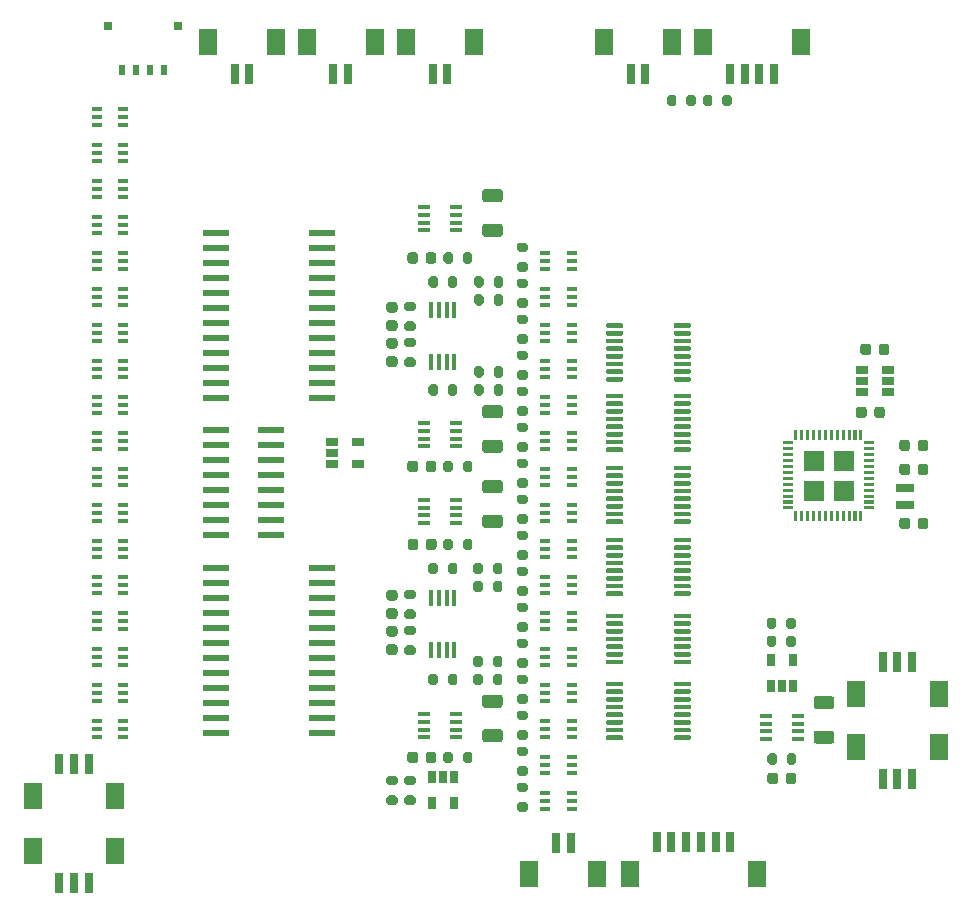
<source format=gbr>
%TF.GenerationSoftware,KiCad,Pcbnew,(5.1.10)-1*%
%TF.CreationDate,2023-08-20T09:24:49-05:00*%
%TF.ProjectId,brs_flight_computer,6272735f-666c-4696-9768-745f636f6d70,A*%
%TF.SameCoordinates,Original*%
%TF.FileFunction,Paste,Top*%
%TF.FilePolarity,Positive*%
%FSLAX46Y46*%
G04 Gerber Fmt 4.6, Leading zero omitted, Abs format (unit mm)*
G04 Created by KiCad (PCBNEW (5.1.10)-1) date 2023-08-20 09:24:49*
%MOMM*%
%LPD*%
G01*
G04 APERTURE LIST*
%ADD10C,0.010000*%
%ADD11R,0.650000X1.060000*%
%ADD12R,0.450000X1.450000*%
%ADD13R,0.700000X1.800000*%
%ADD14R,1.600000X2.200000*%
%ADD15R,1.500000X0.800000*%
%ADD16R,0.876300X0.355600*%
%ADD17R,2.311400X0.558800*%
%ADD18R,1.060000X0.650000*%
%ADD19R,2.184400X0.558800*%
%ADD20R,1.003300X0.457200*%
%ADD21R,0.600000X0.850000*%
%ADD22R,0.700000X0.800000*%
G04 APERTURE END LIST*
D10*
%TO.C,U8*%
G36*
X185615000Y-106866000D02*
G01*
X185615000Y-108486000D01*
X183995000Y-108486000D01*
X183995000Y-106866000D01*
X185615000Y-106866000D01*
G37*
X185615000Y-106866000D02*
X185615000Y-108486000D01*
X183995000Y-108486000D01*
X183995000Y-106866000D01*
X185615000Y-106866000D01*
G36*
X185615000Y-109446000D02*
G01*
X185615000Y-111066000D01*
X183995000Y-111066000D01*
X183995000Y-109446000D01*
X185615000Y-109446000D01*
G37*
X185615000Y-109446000D02*
X185615000Y-111066000D01*
X183995000Y-111066000D01*
X183995000Y-109446000D01*
X185615000Y-109446000D01*
G36*
X183035000Y-106866000D02*
G01*
X183035000Y-108486000D01*
X181415000Y-108486000D01*
X181415000Y-106866000D01*
X183035000Y-106866000D01*
G37*
X183035000Y-106866000D02*
X183035000Y-108486000D01*
X181415000Y-108486000D01*
X181415000Y-106866000D01*
X183035000Y-106866000D01*
G36*
X183035000Y-109446000D02*
G01*
X183035000Y-111066000D01*
X181415000Y-111066000D01*
X181415000Y-109446000D01*
X183035000Y-109446000D01*
G37*
X183035000Y-109446000D02*
X183035000Y-111066000D01*
X181415000Y-111066000D01*
X181415000Y-109446000D01*
X183035000Y-109446000D01*
%TD*%
%TO.C,C18*%
G36*
G01*
X187127000Y-98048000D02*
X187127000Y-98548000D01*
G75*
G02*
X186902000Y-98773000I-225000J0D01*
G01*
X186452000Y-98773000D01*
G75*
G02*
X186227000Y-98548000I0J225000D01*
G01*
X186227000Y-98048000D01*
G75*
G02*
X186452000Y-97823000I225000J0D01*
G01*
X186902000Y-97823000D01*
G75*
G02*
X187127000Y-98048000I0J-225000D01*
G01*
G37*
G36*
G01*
X188677000Y-98048000D02*
X188677000Y-98548000D01*
G75*
G02*
X188452000Y-98773000I-225000J0D01*
G01*
X188002000Y-98773000D01*
G75*
G02*
X187777000Y-98548000I0J225000D01*
G01*
X187777000Y-98048000D01*
G75*
G02*
X188002000Y-97823000I225000J0D01*
G01*
X188452000Y-97823000D01*
G75*
G02*
X188677000Y-98048000I0J-225000D01*
G01*
G37*
%TD*%
D11*
%TO.C,U3*%
X178628000Y-124630000D03*
X180528000Y-124630000D03*
X180528000Y-126830000D03*
X179578000Y-126830000D03*
X178628000Y-126830000D03*
%TD*%
%TO.C,C111*%
G36*
G01*
X186746000Y-103382000D02*
X186746000Y-103882000D01*
G75*
G02*
X186521000Y-104107000I-225000J0D01*
G01*
X186071000Y-104107000D01*
G75*
G02*
X185846000Y-103882000I0J225000D01*
G01*
X185846000Y-103382000D01*
G75*
G02*
X186071000Y-103157000I225000J0D01*
G01*
X186521000Y-103157000D01*
G75*
G02*
X186746000Y-103382000I0J-225000D01*
G01*
G37*
G36*
G01*
X188296000Y-103382000D02*
X188296000Y-103882000D01*
G75*
G02*
X188071000Y-104107000I-225000J0D01*
G01*
X187621000Y-104107000D01*
G75*
G02*
X187396000Y-103882000I0J225000D01*
G01*
X187396000Y-103382000D01*
G75*
G02*
X187621000Y-103157000I225000J0D01*
G01*
X188071000Y-103157000D01*
G75*
G02*
X188296000Y-103382000I0J-225000D01*
G01*
G37*
%TD*%
D12*
%TO.C,U2*%
X151851000Y-123739000D03*
X151201000Y-123739000D03*
X150551000Y-123739000D03*
X149901000Y-123739000D03*
X149901000Y-119339000D03*
X150551000Y-119339000D03*
X151201000Y-119339000D03*
X151851000Y-119339000D03*
%TD*%
D13*
%TO.C,J8*%
X190607000Y-124788000D03*
X189357000Y-124788000D03*
X188107000Y-124788000D03*
D14*
X185857000Y-127488000D03*
X192857000Y-127488000D03*
%TD*%
D13*
%TO.C,J5*%
X188107000Y-134673000D03*
X189357000Y-134673000D03*
X190607000Y-134673000D03*
D14*
X192857000Y-131973000D03*
X185857000Y-131973000D03*
%TD*%
D15*
%TO.C,Y1*%
X189992000Y-111494000D03*
X189992000Y-109994000D03*
%TD*%
D16*
%TO.C,U59*%
X121570750Y-131078999D03*
X121570750Y-130429000D03*
X121570750Y-129779001D03*
X123793250Y-129779001D03*
X123793250Y-130429000D03*
X123793250Y-131078999D03*
%TD*%
%TO.C,U58*%
X121570750Y-128030999D03*
X121570750Y-127381000D03*
X121570750Y-126731001D03*
X123793250Y-126731001D03*
X123793250Y-127381000D03*
X123793250Y-128030999D03*
%TD*%
%TO.C,U57*%
X121570750Y-124982999D03*
X121570750Y-124333000D03*
X121570750Y-123683001D03*
X123793250Y-123683001D03*
X123793250Y-124333000D03*
X123793250Y-124982999D03*
%TD*%
%TO.C,U56*%
X121570750Y-121934999D03*
X121570750Y-121285000D03*
X121570750Y-120635001D03*
X123793250Y-120635001D03*
X123793250Y-121285000D03*
X123793250Y-121934999D03*
%TD*%
%TO.C,U55*%
X121570750Y-118886999D03*
X121570750Y-118237000D03*
X121570750Y-117587001D03*
X123793250Y-117587001D03*
X123793250Y-118237000D03*
X123793250Y-118886999D03*
%TD*%
%TO.C,U54*%
X121570750Y-115838999D03*
X121570750Y-115189000D03*
X121570750Y-114539001D03*
X123793250Y-114539001D03*
X123793250Y-115189000D03*
X123793250Y-115838999D03*
%TD*%
%TO.C,U53*%
X121570750Y-109742999D03*
X121570750Y-109093000D03*
X121570750Y-108443001D03*
X123793250Y-108443001D03*
X123793250Y-109093000D03*
X123793250Y-109742999D03*
%TD*%
%TO.C,U52*%
X121570750Y-112790999D03*
X121570750Y-112141000D03*
X121570750Y-111491001D03*
X123793250Y-111491001D03*
X123793250Y-112141000D03*
X123793250Y-112790999D03*
%TD*%
%TO.C,U51*%
X121570750Y-100598999D03*
X121570750Y-99949000D03*
X121570750Y-99299001D03*
X123793250Y-99299001D03*
X123793250Y-99949000D03*
X123793250Y-100598999D03*
%TD*%
%TO.C,U50*%
X121570750Y-103646999D03*
X121570750Y-102997000D03*
X121570750Y-102347001D03*
X123793250Y-102347001D03*
X123793250Y-102997000D03*
X123793250Y-103646999D03*
%TD*%
%TO.C,U49*%
X121570750Y-106694999D03*
X121570750Y-106045000D03*
X121570750Y-105395001D03*
X123793250Y-105395001D03*
X123793250Y-106045000D03*
X123793250Y-106694999D03*
%TD*%
%TO.C,U48*%
X121570750Y-97550999D03*
X121570750Y-96901000D03*
X121570750Y-96251001D03*
X123793250Y-96251001D03*
X123793250Y-96901000D03*
X123793250Y-97550999D03*
%TD*%
%TO.C,U47*%
X121570750Y-94502999D03*
X121570750Y-93853000D03*
X121570750Y-93203001D03*
X123793250Y-93203001D03*
X123793250Y-93853000D03*
X123793250Y-94502999D03*
%TD*%
%TO.C,U46*%
X121570750Y-91454999D03*
X121570750Y-90805000D03*
X121570750Y-90155001D03*
X123793250Y-90155001D03*
X123793250Y-90805000D03*
X123793250Y-91454999D03*
%TD*%
%TO.C,U45*%
X121570750Y-88406999D03*
X121570750Y-87757000D03*
X121570750Y-87107001D03*
X123793250Y-87107001D03*
X123793250Y-87757000D03*
X123793250Y-88406999D03*
%TD*%
%TO.C,U44*%
X121570750Y-85358999D03*
X121570750Y-84709000D03*
X121570750Y-84059001D03*
X123793250Y-84059001D03*
X123793250Y-84709000D03*
X123793250Y-85358999D03*
%TD*%
%TO.C,U43*%
X121570750Y-79262999D03*
X121570750Y-78613000D03*
X121570750Y-77963001D03*
X123793250Y-77963001D03*
X123793250Y-78613000D03*
X123793250Y-79262999D03*
%TD*%
%TO.C,U42*%
X121570750Y-82310999D03*
X121570750Y-81661000D03*
X121570750Y-81011001D03*
X123793250Y-81011001D03*
X123793250Y-81661000D03*
X123793250Y-82310999D03*
%TD*%
D17*
%TO.C,U41*%
X131622800Y-130810000D03*
X131622800Y-129540000D03*
X131622800Y-128270000D03*
X131622800Y-127000000D03*
X131622800Y-125730000D03*
X131622800Y-124460000D03*
X131622800Y-123190000D03*
X131622800Y-121920000D03*
X131622800Y-120650000D03*
X131622800Y-119380000D03*
X131622800Y-118110000D03*
X131622800Y-116840000D03*
X140665200Y-116840000D03*
X140665200Y-118110000D03*
X140665200Y-119380000D03*
X140665200Y-120650000D03*
X140665200Y-121920000D03*
X140665200Y-123190000D03*
X140665200Y-124460000D03*
X140665200Y-125730000D03*
X140665200Y-127000000D03*
X140665200Y-128270000D03*
X140665200Y-129540000D03*
X140665200Y-130810000D03*
%TD*%
%TO.C,U40*%
X131622800Y-102400800D03*
X131622800Y-101130800D03*
X131622800Y-99860800D03*
X131622800Y-98590800D03*
X131622800Y-97320800D03*
X131622800Y-96050800D03*
X131622800Y-94780800D03*
X131622800Y-93510800D03*
X131622800Y-92240800D03*
X131622800Y-90970800D03*
X131622800Y-89700800D03*
X131622800Y-88430800D03*
X140665200Y-88430800D03*
X140665200Y-89700800D03*
X140665200Y-90970800D03*
X140665200Y-92240800D03*
X140665200Y-93510800D03*
X140665200Y-94780800D03*
X140665200Y-96050800D03*
X140665200Y-97320800D03*
X140665200Y-98590800D03*
X140665200Y-99860800D03*
X140665200Y-101130800D03*
X140665200Y-102400800D03*
%TD*%
D18*
%TO.C,U39*%
X143721000Y-106111000D03*
X143721000Y-108011000D03*
X141521000Y-108011000D03*
X141521000Y-107061000D03*
X141521000Y-106111000D03*
%TD*%
D19*
%TO.C,U38*%
X131622800Y-114046000D03*
X131622800Y-112776000D03*
X131622800Y-111506000D03*
X131622800Y-110236000D03*
X131622800Y-108966000D03*
X131622800Y-107696000D03*
X131622800Y-106426000D03*
X131622800Y-105156000D03*
X136347200Y-105156000D03*
X136347200Y-106426000D03*
X136347200Y-107696000D03*
X136347200Y-108966000D03*
X136347200Y-110236000D03*
X136347200Y-111506000D03*
X136347200Y-112776000D03*
X136347200Y-114046000D03*
%TD*%
D16*
%TO.C,U37*%
X161766250Y-135875001D03*
X161766250Y-136525000D03*
X161766250Y-137174999D03*
X159543750Y-137174999D03*
X159543750Y-136525000D03*
X159543750Y-135875001D03*
%TD*%
%TO.C,U36*%
G36*
G01*
X166150000Y-131080000D02*
X166150000Y-131280000D01*
G75*
G02*
X166050000Y-131380000I-100000J0D01*
G01*
X164775000Y-131380000D01*
G75*
G02*
X164675000Y-131280000I0J100000D01*
G01*
X164675000Y-131080000D01*
G75*
G02*
X164775000Y-130980000I100000J0D01*
G01*
X166050000Y-130980000D01*
G75*
G02*
X166150000Y-131080000I0J-100000D01*
G01*
G37*
G36*
G01*
X166150000Y-130430000D02*
X166150000Y-130630000D01*
G75*
G02*
X166050000Y-130730000I-100000J0D01*
G01*
X164775000Y-130730000D01*
G75*
G02*
X164675000Y-130630000I0J100000D01*
G01*
X164675000Y-130430000D01*
G75*
G02*
X164775000Y-130330000I100000J0D01*
G01*
X166050000Y-130330000D01*
G75*
G02*
X166150000Y-130430000I0J-100000D01*
G01*
G37*
G36*
G01*
X166150000Y-129780000D02*
X166150000Y-129980000D01*
G75*
G02*
X166050000Y-130080000I-100000J0D01*
G01*
X164775000Y-130080000D01*
G75*
G02*
X164675000Y-129980000I0J100000D01*
G01*
X164675000Y-129780000D01*
G75*
G02*
X164775000Y-129680000I100000J0D01*
G01*
X166050000Y-129680000D01*
G75*
G02*
X166150000Y-129780000I0J-100000D01*
G01*
G37*
G36*
G01*
X166150000Y-129130000D02*
X166150000Y-129330000D01*
G75*
G02*
X166050000Y-129430000I-100000J0D01*
G01*
X164775000Y-129430000D01*
G75*
G02*
X164675000Y-129330000I0J100000D01*
G01*
X164675000Y-129130000D01*
G75*
G02*
X164775000Y-129030000I100000J0D01*
G01*
X166050000Y-129030000D01*
G75*
G02*
X166150000Y-129130000I0J-100000D01*
G01*
G37*
G36*
G01*
X166150000Y-128480000D02*
X166150000Y-128680000D01*
G75*
G02*
X166050000Y-128780000I-100000J0D01*
G01*
X164775000Y-128780000D01*
G75*
G02*
X164675000Y-128680000I0J100000D01*
G01*
X164675000Y-128480000D01*
G75*
G02*
X164775000Y-128380000I100000J0D01*
G01*
X166050000Y-128380000D01*
G75*
G02*
X166150000Y-128480000I0J-100000D01*
G01*
G37*
G36*
G01*
X166150000Y-127830000D02*
X166150000Y-128030000D01*
G75*
G02*
X166050000Y-128130000I-100000J0D01*
G01*
X164775000Y-128130000D01*
G75*
G02*
X164675000Y-128030000I0J100000D01*
G01*
X164675000Y-127830000D01*
G75*
G02*
X164775000Y-127730000I100000J0D01*
G01*
X166050000Y-127730000D01*
G75*
G02*
X166150000Y-127830000I0J-100000D01*
G01*
G37*
G36*
G01*
X166150000Y-127180000D02*
X166150000Y-127380000D01*
G75*
G02*
X166050000Y-127480000I-100000J0D01*
G01*
X164775000Y-127480000D01*
G75*
G02*
X164675000Y-127380000I0J100000D01*
G01*
X164675000Y-127180000D01*
G75*
G02*
X164775000Y-127080000I100000J0D01*
G01*
X166050000Y-127080000D01*
G75*
G02*
X166150000Y-127180000I0J-100000D01*
G01*
G37*
G36*
G01*
X166150000Y-126530000D02*
X166150000Y-126730000D01*
G75*
G02*
X166050000Y-126830000I-100000J0D01*
G01*
X164775000Y-126830000D01*
G75*
G02*
X164675000Y-126730000I0J100000D01*
G01*
X164675000Y-126530000D01*
G75*
G02*
X164775000Y-126430000I100000J0D01*
G01*
X166050000Y-126430000D01*
G75*
G02*
X166150000Y-126530000I0J-100000D01*
G01*
G37*
G36*
G01*
X171875000Y-126530000D02*
X171875000Y-126730000D01*
G75*
G02*
X171775000Y-126830000I-100000J0D01*
G01*
X170500000Y-126830000D01*
G75*
G02*
X170400000Y-126730000I0J100000D01*
G01*
X170400000Y-126530000D01*
G75*
G02*
X170500000Y-126430000I100000J0D01*
G01*
X171775000Y-126430000D01*
G75*
G02*
X171875000Y-126530000I0J-100000D01*
G01*
G37*
G36*
G01*
X171875000Y-127180000D02*
X171875000Y-127380000D01*
G75*
G02*
X171775000Y-127480000I-100000J0D01*
G01*
X170500000Y-127480000D01*
G75*
G02*
X170400000Y-127380000I0J100000D01*
G01*
X170400000Y-127180000D01*
G75*
G02*
X170500000Y-127080000I100000J0D01*
G01*
X171775000Y-127080000D01*
G75*
G02*
X171875000Y-127180000I0J-100000D01*
G01*
G37*
G36*
G01*
X171875000Y-127830000D02*
X171875000Y-128030000D01*
G75*
G02*
X171775000Y-128130000I-100000J0D01*
G01*
X170500000Y-128130000D01*
G75*
G02*
X170400000Y-128030000I0J100000D01*
G01*
X170400000Y-127830000D01*
G75*
G02*
X170500000Y-127730000I100000J0D01*
G01*
X171775000Y-127730000D01*
G75*
G02*
X171875000Y-127830000I0J-100000D01*
G01*
G37*
G36*
G01*
X171875000Y-128480000D02*
X171875000Y-128680000D01*
G75*
G02*
X171775000Y-128780000I-100000J0D01*
G01*
X170500000Y-128780000D01*
G75*
G02*
X170400000Y-128680000I0J100000D01*
G01*
X170400000Y-128480000D01*
G75*
G02*
X170500000Y-128380000I100000J0D01*
G01*
X171775000Y-128380000D01*
G75*
G02*
X171875000Y-128480000I0J-100000D01*
G01*
G37*
G36*
G01*
X171875000Y-129130000D02*
X171875000Y-129330000D01*
G75*
G02*
X171775000Y-129430000I-100000J0D01*
G01*
X170500000Y-129430000D01*
G75*
G02*
X170400000Y-129330000I0J100000D01*
G01*
X170400000Y-129130000D01*
G75*
G02*
X170500000Y-129030000I100000J0D01*
G01*
X171775000Y-129030000D01*
G75*
G02*
X171875000Y-129130000I0J-100000D01*
G01*
G37*
G36*
G01*
X171875000Y-129780000D02*
X171875000Y-129980000D01*
G75*
G02*
X171775000Y-130080000I-100000J0D01*
G01*
X170500000Y-130080000D01*
G75*
G02*
X170400000Y-129980000I0J100000D01*
G01*
X170400000Y-129780000D01*
G75*
G02*
X170500000Y-129680000I100000J0D01*
G01*
X171775000Y-129680000D01*
G75*
G02*
X171875000Y-129780000I0J-100000D01*
G01*
G37*
G36*
G01*
X171875000Y-130430000D02*
X171875000Y-130630000D01*
G75*
G02*
X171775000Y-130730000I-100000J0D01*
G01*
X170500000Y-130730000D01*
G75*
G02*
X170400000Y-130630000I0J100000D01*
G01*
X170400000Y-130430000D01*
G75*
G02*
X170500000Y-130330000I100000J0D01*
G01*
X171775000Y-130330000D01*
G75*
G02*
X171875000Y-130430000I0J-100000D01*
G01*
G37*
G36*
G01*
X171875000Y-131080000D02*
X171875000Y-131280000D01*
G75*
G02*
X171775000Y-131380000I-100000J0D01*
G01*
X170500000Y-131380000D01*
G75*
G02*
X170400000Y-131280000I0J100000D01*
G01*
X170400000Y-131080000D01*
G75*
G02*
X170500000Y-130980000I100000J0D01*
G01*
X171775000Y-130980000D01*
G75*
G02*
X171875000Y-131080000I0J-100000D01*
G01*
G37*
%TD*%
%TO.C,U35*%
X161766250Y-132827001D03*
X161766250Y-133477000D03*
X161766250Y-134126999D03*
X159543750Y-134126999D03*
X159543750Y-133477000D03*
X159543750Y-132827001D03*
%TD*%
%TO.C,U34*%
X161766250Y-129779001D03*
X161766250Y-130429000D03*
X161766250Y-131078999D03*
X159543750Y-131078999D03*
X159543750Y-130429000D03*
X159543750Y-129779001D03*
%TD*%
%TO.C,U33*%
X161766250Y-126731001D03*
X161766250Y-127381000D03*
X161766250Y-128030999D03*
X159543750Y-128030999D03*
X159543750Y-127381000D03*
X159543750Y-126731001D03*
%TD*%
%TO.C,U32*%
X161766250Y-123683001D03*
X161766250Y-124333000D03*
X161766250Y-124982999D03*
X159543750Y-124982999D03*
X159543750Y-124333000D03*
X159543750Y-123683001D03*
%TD*%
%TO.C,U31*%
G36*
G01*
X166150000Y-118888000D02*
X166150000Y-119088000D01*
G75*
G02*
X166050000Y-119188000I-100000J0D01*
G01*
X164775000Y-119188000D01*
G75*
G02*
X164675000Y-119088000I0J100000D01*
G01*
X164675000Y-118888000D01*
G75*
G02*
X164775000Y-118788000I100000J0D01*
G01*
X166050000Y-118788000D01*
G75*
G02*
X166150000Y-118888000I0J-100000D01*
G01*
G37*
G36*
G01*
X166150000Y-118238000D02*
X166150000Y-118438000D01*
G75*
G02*
X166050000Y-118538000I-100000J0D01*
G01*
X164775000Y-118538000D01*
G75*
G02*
X164675000Y-118438000I0J100000D01*
G01*
X164675000Y-118238000D01*
G75*
G02*
X164775000Y-118138000I100000J0D01*
G01*
X166050000Y-118138000D01*
G75*
G02*
X166150000Y-118238000I0J-100000D01*
G01*
G37*
G36*
G01*
X166150000Y-117588000D02*
X166150000Y-117788000D01*
G75*
G02*
X166050000Y-117888000I-100000J0D01*
G01*
X164775000Y-117888000D01*
G75*
G02*
X164675000Y-117788000I0J100000D01*
G01*
X164675000Y-117588000D01*
G75*
G02*
X164775000Y-117488000I100000J0D01*
G01*
X166050000Y-117488000D01*
G75*
G02*
X166150000Y-117588000I0J-100000D01*
G01*
G37*
G36*
G01*
X166150000Y-116938000D02*
X166150000Y-117138000D01*
G75*
G02*
X166050000Y-117238000I-100000J0D01*
G01*
X164775000Y-117238000D01*
G75*
G02*
X164675000Y-117138000I0J100000D01*
G01*
X164675000Y-116938000D01*
G75*
G02*
X164775000Y-116838000I100000J0D01*
G01*
X166050000Y-116838000D01*
G75*
G02*
X166150000Y-116938000I0J-100000D01*
G01*
G37*
G36*
G01*
X166150000Y-116288000D02*
X166150000Y-116488000D01*
G75*
G02*
X166050000Y-116588000I-100000J0D01*
G01*
X164775000Y-116588000D01*
G75*
G02*
X164675000Y-116488000I0J100000D01*
G01*
X164675000Y-116288000D01*
G75*
G02*
X164775000Y-116188000I100000J0D01*
G01*
X166050000Y-116188000D01*
G75*
G02*
X166150000Y-116288000I0J-100000D01*
G01*
G37*
G36*
G01*
X166150000Y-115638000D02*
X166150000Y-115838000D01*
G75*
G02*
X166050000Y-115938000I-100000J0D01*
G01*
X164775000Y-115938000D01*
G75*
G02*
X164675000Y-115838000I0J100000D01*
G01*
X164675000Y-115638000D01*
G75*
G02*
X164775000Y-115538000I100000J0D01*
G01*
X166050000Y-115538000D01*
G75*
G02*
X166150000Y-115638000I0J-100000D01*
G01*
G37*
G36*
G01*
X166150000Y-114988000D02*
X166150000Y-115188000D01*
G75*
G02*
X166050000Y-115288000I-100000J0D01*
G01*
X164775000Y-115288000D01*
G75*
G02*
X164675000Y-115188000I0J100000D01*
G01*
X164675000Y-114988000D01*
G75*
G02*
X164775000Y-114888000I100000J0D01*
G01*
X166050000Y-114888000D01*
G75*
G02*
X166150000Y-114988000I0J-100000D01*
G01*
G37*
G36*
G01*
X166150000Y-114338000D02*
X166150000Y-114538000D01*
G75*
G02*
X166050000Y-114638000I-100000J0D01*
G01*
X164775000Y-114638000D01*
G75*
G02*
X164675000Y-114538000I0J100000D01*
G01*
X164675000Y-114338000D01*
G75*
G02*
X164775000Y-114238000I100000J0D01*
G01*
X166050000Y-114238000D01*
G75*
G02*
X166150000Y-114338000I0J-100000D01*
G01*
G37*
G36*
G01*
X171875000Y-114338000D02*
X171875000Y-114538000D01*
G75*
G02*
X171775000Y-114638000I-100000J0D01*
G01*
X170500000Y-114638000D01*
G75*
G02*
X170400000Y-114538000I0J100000D01*
G01*
X170400000Y-114338000D01*
G75*
G02*
X170500000Y-114238000I100000J0D01*
G01*
X171775000Y-114238000D01*
G75*
G02*
X171875000Y-114338000I0J-100000D01*
G01*
G37*
G36*
G01*
X171875000Y-114988000D02*
X171875000Y-115188000D01*
G75*
G02*
X171775000Y-115288000I-100000J0D01*
G01*
X170500000Y-115288000D01*
G75*
G02*
X170400000Y-115188000I0J100000D01*
G01*
X170400000Y-114988000D01*
G75*
G02*
X170500000Y-114888000I100000J0D01*
G01*
X171775000Y-114888000D01*
G75*
G02*
X171875000Y-114988000I0J-100000D01*
G01*
G37*
G36*
G01*
X171875000Y-115638000D02*
X171875000Y-115838000D01*
G75*
G02*
X171775000Y-115938000I-100000J0D01*
G01*
X170500000Y-115938000D01*
G75*
G02*
X170400000Y-115838000I0J100000D01*
G01*
X170400000Y-115638000D01*
G75*
G02*
X170500000Y-115538000I100000J0D01*
G01*
X171775000Y-115538000D01*
G75*
G02*
X171875000Y-115638000I0J-100000D01*
G01*
G37*
G36*
G01*
X171875000Y-116288000D02*
X171875000Y-116488000D01*
G75*
G02*
X171775000Y-116588000I-100000J0D01*
G01*
X170500000Y-116588000D01*
G75*
G02*
X170400000Y-116488000I0J100000D01*
G01*
X170400000Y-116288000D01*
G75*
G02*
X170500000Y-116188000I100000J0D01*
G01*
X171775000Y-116188000D01*
G75*
G02*
X171875000Y-116288000I0J-100000D01*
G01*
G37*
G36*
G01*
X171875000Y-116938000D02*
X171875000Y-117138000D01*
G75*
G02*
X171775000Y-117238000I-100000J0D01*
G01*
X170500000Y-117238000D01*
G75*
G02*
X170400000Y-117138000I0J100000D01*
G01*
X170400000Y-116938000D01*
G75*
G02*
X170500000Y-116838000I100000J0D01*
G01*
X171775000Y-116838000D01*
G75*
G02*
X171875000Y-116938000I0J-100000D01*
G01*
G37*
G36*
G01*
X171875000Y-117588000D02*
X171875000Y-117788000D01*
G75*
G02*
X171775000Y-117888000I-100000J0D01*
G01*
X170500000Y-117888000D01*
G75*
G02*
X170400000Y-117788000I0J100000D01*
G01*
X170400000Y-117588000D01*
G75*
G02*
X170500000Y-117488000I100000J0D01*
G01*
X171775000Y-117488000D01*
G75*
G02*
X171875000Y-117588000I0J-100000D01*
G01*
G37*
G36*
G01*
X171875000Y-118238000D02*
X171875000Y-118438000D01*
G75*
G02*
X171775000Y-118538000I-100000J0D01*
G01*
X170500000Y-118538000D01*
G75*
G02*
X170400000Y-118438000I0J100000D01*
G01*
X170400000Y-118238000D01*
G75*
G02*
X170500000Y-118138000I100000J0D01*
G01*
X171775000Y-118138000D01*
G75*
G02*
X171875000Y-118238000I0J-100000D01*
G01*
G37*
G36*
G01*
X171875000Y-118888000D02*
X171875000Y-119088000D01*
G75*
G02*
X171775000Y-119188000I-100000J0D01*
G01*
X170500000Y-119188000D01*
G75*
G02*
X170400000Y-119088000I0J100000D01*
G01*
X170400000Y-118888000D01*
G75*
G02*
X170500000Y-118788000I100000J0D01*
G01*
X171775000Y-118788000D01*
G75*
G02*
X171875000Y-118888000I0J-100000D01*
G01*
G37*
%TD*%
%TO.C,U30*%
X161766250Y-120635001D03*
X161766250Y-121285000D03*
X161766250Y-121934999D03*
X159543750Y-121934999D03*
X159543750Y-121285000D03*
X159543750Y-120635001D03*
%TD*%
%TO.C,U29*%
X161766250Y-117587001D03*
X161766250Y-118237000D03*
X161766250Y-118886999D03*
X159543750Y-118886999D03*
X159543750Y-118237000D03*
X159543750Y-117587001D03*
%TD*%
%TO.C,U28*%
X161766250Y-114539001D03*
X161766250Y-115189000D03*
X161766250Y-115838999D03*
X159543750Y-115838999D03*
X159543750Y-115189000D03*
X159543750Y-114539001D03*
%TD*%
%TO.C,U27*%
X161766250Y-111491001D03*
X161766250Y-112141000D03*
X161766250Y-112790999D03*
X159543750Y-112790999D03*
X159543750Y-112141000D03*
X159543750Y-111491001D03*
%TD*%
%TO.C,U26*%
G36*
G01*
X166150000Y-112792000D02*
X166150000Y-112992000D01*
G75*
G02*
X166050000Y-113092000I-100000J0D01*
G01*
X164775000Y-113092000D01*
G75*
G02*
X164675000Y-112992000I0J100000D01*
G01*
X164675000Y-112792000D01*
G75*
G02*
X164775000Y-112692000I100000J0D01*
G01*
X166050000Y-112692000D01*
G75*
G02*
X166150000Y-112792000I0J-100000D01*
G01*
G37*
G36*
G01*
X166150000Y-112142000D02*
X166150000Y-112342000D01*
G75*
G02*
X166050000Y-112442000I-100000J0D01*
G01*
X164775000Y-112442000D01*
G75*
G02*
X164675000Y-112342000I0J100000D01*
G01*
X164675000Y-112142000D01*
G75*
G02*
X164775000Y-112042000I100000J0D01*
G01*
X166050000Y-112042000D01*
G75*
G02*
X166150000Y-112142000I0J-100000D01*
G01*
G37*
G36*
G01*
X166150000Y-111492000D02*
X166150000Y-111692000D01*
G75*
G02*
X166050000Y-111792000I-100000J0D01*
G01*
X164775000Y-111792000D01*
G75*
G02*
X164675000Y-111692000I0J100000D01*
G01*
X164675000Y-111492000D01*
G75*
G02*
X164775000Y-111392000I100000J0D01*
G01*
X166050000Y-111392000D01*
G75*
G02*
X166150000Y-111492000I0J-100000D01*
G01*
G37*
G36*
G01*
X166150000Y-110842000D02*
X166150000Y-111042000D01*
G75*
G02*
X166050000Y-111142000I-100000J0D01*
G01*
X164775000Y-111142000D01*
G75*
G02*
X164675000Y-111042000I0J100000D01*
G01*
X164675000Y-110842000D01*
G75*
G02*
X164775000Y-110742000I100000J0D01*
G01*
X166050000Y-110742000D01*
G75*
G02*
X166150000Y-110842000I0J-100000D01*
G01*
G37*
G36*
G01*
X166150000Y-110192000D02*
X166150000Y-110392000D01*
G75*
G02*
X166050000Y-110492000I-100000J0D01*
G01*
X164775000Y-110492000D01*
G75*
G02*
X164675000Y-110392000I0J100000D01*
G01*
X164675000Y-110192000D01*
G75*
G02*
X164775000Y-110092000I100000J0D01*
G01*
X166050000Y-110092000D01*
G75*
G02*
X166150000Y-110192000I0J-100000D01*
G01*
G37*
G36*
G01*
X166150000Y-109542000D02*
X166150000Y-109742000D01*
G75*
G02*
X166050000Y-109842000I-100000J0D01*
G01*
X164775000Y-109842000D01*
G75*
G02*
X164675000Y-109742000I0J100000D01*
G01*
X164675000Y-109542000D01*
G75*
G02*
X164775000Y-109442000I100000J0D01*
G01*
X166050000Y-109442000D01*
G75*
G02*
X166150000Y-109542000I0J-100000D01*
G01*
G37*
G36*
G01*
X166150000Y-108892000D02*
X166150000Y-109092000D01*
G75*
G02*
X166050000Y-109192000I-100000J0D01*
G01*
X164775000Y-109192000D01*
G75*
G02*
X164675000Y-109092000I0J100000D01*
G01*
X164675000Y-108892000D01*
G75*
G02*
X164775000Y-108792000I100000J0D01*
G01*
X166050000Y-108792000D01*
G75*
G02*
X166150000Y-108892000I0J-100000D01*
G01*
G37*
G36*
G01*
X166150000Y-108242000D02*
X166150000Y-108442000D01*
G75*
G02*
X166050000Y-108542000I-100000J0D01*
G01*
X164775000Y-108542000D01*
G75*
G02*
X164675000Y-108442000I0J100000D01*
G01*
X164675000Y-108242000D01*
G75*
G02*
X164775000Y-108142000I100000J0D01*
G01*
X166050000Y-108142000D01*
G75*
G02*
X166150000Y-108242000I0J-100000D01*
G01*
G37*
G36*
G01*
X171875000Y-108242000D02*
X171875000Y-108442000D01*
G75*
G02*
X171775000Y-108542000I-100000J0D01*
G01*
X170500000Y-108542000D01*
G75*
G02*
X170400000Y-108442000I0J100000D01*
G01*
X170400000Y-108242000D01*
G75*
G02*
X170500000Y-108142000I100000J0D01*
G01*
X171775000Y-108142000D01*
G75*
G02*
X171875000Y-108242000I0J-100000D01*
G01*
G37*
G36*
G01*
X171875000Y-108892000D02*
X171875000Y-109092000D01*
G75*
G02*
X171775000Y-109192000I-100000J0D01*
G01*
X170500000Y-109192000D01*
G75*
G02*
X170400000Y-109092000I0J100000D01*
G01*
X170400000Y-108892000D01*
G75*
G02*
X170500000Y-108792000I100000J0D01*
G01*
X171775000Y-108792000D01*
G75*
G02*
X171875000Y-108892000I0J-100000D01*
G01*
G37*
G36*
G01*
X171875000Y-109542000D02*
X171875000Y-109742000D01*
G75*
G02*
X171775000Y-109842000I-100000J0D01*
G01*
X170500000Y-109842000D01*
G75*
G02*
X170400000Y-109742000I0J100000D01*
G01*
X170400000Y-109542000D01*
G75*
G02*
X170500000Y-109442000I100000J0D01*
G01*
X171775000Y-109442000D01*
G75*
G02*
X171875000Y-109542000I0J-100000D01*
G01*
G37*
G36*
G01*
X171875000Y-110192000D02*
X171875000Y-110392000D01*
G75*
G02*
X171775000Y-110492000I-100000J0D01*
G01*
X170500000Y-110492000D01*
G75*
G02*
X170400000Y-110392000I0J100000D01*
G01*
X170400000Y-110192000D01*
G75*
G02*
X170500000Y-110092000I100000J0D01*
G01*
X171775000Y-110092000D01*
G75*
G02*
X171875000Y-110192000I0J-100000D01*
G01*
G37*
G36*
G01*
X171875000Y-110842000D02*
X171875000Y-111042000D01*
G75*
G02*
X171775000Y-111142000I-100000J0D01*
G01*
X170500000Y-111142000D01*
G75*
G02*
X170400000Y-111042000I0J100000D01*
G01*
X170400000Y-110842000D01*
G75*
G02*
X170500000Y-110742000I100000J0D01*
G01*
X171775000Y-110742000D01*
G75*
G02*
X171875000Y-110842000I0J-100000D01*
G01*
G37*
G36*
G01*
X171875000Y-111492000D02*
X171875000Y-111692000D01*
G75*
G02*
X171775000Y-111792000I-100000J0D01*
G01*
X170500000Y-111792000D01*
G75*
G02*
X170400000Y-111692000I0J100000D01*
G01*
X170400000Y-111492000D01*
G75*
G02*
X170500000Y-111392000I100000J0D01*
G01*
X171775000Y-111392000D01*
G75*
G02*
X171875000Y-111492000I0J-100000D01*
G01*
G37*
G36*
G01*
X171875000Y-112142000D02*
X171875000Y-112342000D01*
G75*
G02*
X171775000Y-112442000I-100000J0D01*
G01*
X170500000Y-112442000D01*
G75*
G02*
X170400000Y-112342000I0J100000D01*
G01*
X170400000Y-112142000D01*
G75*
G02*
X170500000Y-112042000I100000J0D01*
G01*
X171775000Y-112042000D01*
G75*
G02*
X171875000Y-112142000I0J-100000D01*
G01*
G37*
G36*
G01*
X171875000Y-112792000D02*
X171875000Y-112992000D01*
G75*
G02*
X171775000Y-113092000I-100000J0D01*
G01*
X170500000Y-113092000D01*
G75*
G02*
X170400000Y-112992000I0J100000D01*
G01*
X170400000Y-112792000D01*
G75*
G02*
X170500000Y-112692000I100000J0D01*
G01*
X171775000Y-112692000D01*
G75*
G02*
X171875000Y-112792000I0J-100000D01*
G01*
G37*
%TD*%
%TO.C,U25*%
X161766250Y-108443001D03*
X161766250Y-109093000D03*
X161766250Y-109742999D03*
X159543750Y-109742999D03*
X159543750Y-109093000D03*
X159543750Y-108443001D03*
%TD*%
%TO.C,U24*%
X161766250Y-105395001D03*
X161766250Y-106045000D03*
X161766250Y-106694999D03*
X159543750Y-106694999D03*
X159543750Y-106045000D03*
X159543750Y-105395001D03*
%TD*%
%TO.C,U23*%
X161766250Y-102347001D03*
X161766250Y-102997000D03*
X161766250Y-103646999D03*
X159543750Y-103646999D03*
X159543750Y-102997000D03*
X159543750Y-102347001D03*
%TD*%
%TO.C,U22*%
X161766250Y-99299001D03*
X161766250Y-99949000D03*
X161766250Y-100598999D03*
X159543750Y-100598999D03*
X159543750Y-99949000D03*
X159543750Y-99299001D03*
%TD*%
%TO.C,U21*%
G36*
G01*
X166150000Y-106696000D02*
X166150000Y-106896000D01*
G75*
G02*
X166050000Y-106996000I-100000J0D01*
G01*
X164775000Y-106996000D01*
G75*
G02*
X164675000Y-106896000I0J100000D01*
G01*
X164675000Y-106696000D01*
G75*
G02*
X164775000Y-106596000I100000J0D01*
G01*
X166050000Y-106596000D01*
G75*
G02*
X166150000Y-106696000I0J-100000D01*
G01*
G37*
G36*
G01*
X166150000Y-106046000D02*
X166150000Y-106246000D01*
G75*
G02*
X166050000Y-106346000I-100000J0D01*
G01*
X164775000Y-106346000D01*
G75*
G02*
X164675000Y-106246000I0J100000D01*
G01*
X164675000Y-106046000D01*
G75*
G02*
X164775000Y-105946000I100000J0D01*
G01*
X166050000Y-105946000D01*
G75*
G02*
X166150000Y-106046000I0J-100000D01*
G01*
G37*
G36*
G01*
X166150000Y-105396000D02*
X166150000Y-105596000D01*
G75*
G02*
X166050000Y-105696000I-100000J0D01*
G01*
X164775000Y-105696000D01*
G75*
G02*
X164675000Y-105596000I0J100000D01*
G01*
X164675000Y-105396000D01*
G75*
G02*
X164775000Y-105296000I100000J0D01*
G01*
X166050000Y-105296000D01*
G75*
G02*
X166150000Y-105396000I0J-100000D01*
G01*
G37*
G36*
G01*
X166150000Y-104746000D02*
X166150000Y-104946000D01*
G75*
G02*
X166050000Y-105046000I-100000J0D01*
G01*
X164775000Y-105046000D01*
G75*
G02*
X164675000Y-104946000I0J100000D01*
G01*
X164675000Y-104746000D01*
G75*
G02*
X164775000Y-104646000I100000J0D01*
G01*
X166050000Y-104646000D01*
G75*
G02*
X166150000Y-104746000I0J-100000D01*
G01*
G37*
G36*
G01*
X166150000Y-104096000D02*
X166150000Y-104296000D01*
G75*
G02*
X166050000Y-104396000I-100000J0D01*
G01*
X164775000Y-104396000D01*
G75*
G02*
X164675000Y-104296000I0J100000D01*
G01*
X164675000Y-104096000D01*
G75*
G02*
X164775000Y-103996000I100000J0D01*
G01*
X166050000Y-103996000D01*
G75*
G02*
X166150000Y-104096000I0J-100000D01*
G01*
G37*
G36*
G01*
X166150000Y-103446000D02*
X166150000Y-103646000D01*
G75*
G02*
X166050000Y-103746000I-100000J0D01*
G01*
X164775000Y-103746000D01*
G75*
G02*
X164675000Y-103646000I0J100000D01*
G01*
X164675000Y-103446000D01*
G75*
G02*
X164775000Y-103346000I100000J0D01*
G01*
X166050000Y-103346000D01*
G75*
G02*
X166150000Y-103446000I0J-100000D01*
G01*
G37*
G36*
G01*
X166150000Y-102796000D02*
X166150000Y-102996000D01*
G75*
G02*
X166050000Y-103096000I-100000J0D01*
G01*
X164775000Y-103096000D01*
G75*
G02*
X164675000Y-102996000I0J100000D01*
G01*
X164675000Y-102796000D01*
G75*
G02*
X164775000Y-102696000I100000J0D01*
G01*
X166050000Y-102696000D01*
G75*
G02*
X166150000Y-102796000I0J-100000D01*
G01*
G37*
G36*
G01*
X166150000Y-102146000D02*
X166150000Y-102346000D01*
G75*
G02*
X166050000Y-102446000I-100000J0D01*
G01*
X164775000Y-102446000D01*
G75*
G02*
X164675000Y-102346000I0J100000D01*
G01*
X164675000Y-102146000D01*
G75*
G02*
X164775000Y-102046000I100000J0D01*
G01*
X166050000Y-102046000D01*
G75*
G02*
X166150000Y-102146000I0J-100000D01*
G01*
G37*
G36*
G01*
X171875000Y-102146000D02*
X171875000Y-102346000D01*
G75*
G02*
X171775000Y-102446000I-100000J0D01*
G01*
X170500000Y-102446000D01*
G75*
G02*
X170400000Y-102346000I0J100000D01*
G01*
X170400000Y-102146000D01*
G75*
G02*
X170500000Y-102046000I100000J0D01*
G01*
X171775000Y-102046000D01*
G75*
G02*
X171875000Y-102146000I0J-100000D01*
G01*
G37*
G36*
G01*
X171875000Y-102796000D02*
X171875000Y-102996000D01*
G75*
G02*
X171775000Y-103096000I-100000J0D01*
G01*
X170500000Y-103096000D01*
G75*
G02*
X170400000Y-102996000I0J100000D01*
G01*
X170400000Y-102796000D01*
G75*
G02*
X170500000Y-102696000I100000J0D01*
G01*
X171775000Y-102696000D01*
G75*
G02*
X171875000Y-102796000I0J-100000D01*
G01*
G37*
G36*
G01*
X171875000Y-103446000D02*
X171875000Y-103646000D01*
G75*
G02*
X171775000Y-103746000I-100000J0D01*
G01*
X170500000Y-103746000D01*
G75*
G02*
X170400000Y-103646000I0J100000D01*
G01*
X170400000Y-103446000D01*
G75*
G02*
X170500000Y-103346000I100000J0D01*
G01*
X171775000Y-103346000D01*
G75*
G02*
X171875000Y-103446000I0J-100000D01*
G01*
G37*
G36*
G01*
X171875000Y-104096000D02*
X171875000Y-104296000D01*
G75*
G02*
X171775000Y-104396000I-100000J0D01*
G01*
X170500000Y-104396000D01*
G75*
G02*
X170400000Y-104296000I0J100000D01*
G01*
X170400000Y-104096000D01*
G75*
G02*
X170500000Y-103996000I100000J0D01*
G01*
X171775000Y-103996000D01*
G75*
G02*
X171875000Y-104096000I0J-100000D01*
G01*
G37*
G36*
G01*
X171875000Y-104746000D02*
X171875000Y-104946000D01*
G75*
G02*
X171775000Y-105046000I-100000J0D01*
G01*
X170500000Y-105046000D01*
G75*
G02*
X170400000Y-104946000I0J100000D01*
G01*
X170400000Y-104746000D01*
G75*
G02*
X170500000Y-104646000I100000J0D01*
G01*
X171775000Y-104646000D01*
G75*
G02*
X171875000Y-104746000I0J-100000D01*
G01*
G37*
G36*
G01*
X171875000Y-105396000D02*
X171875000Y-105596000D01*
G75*
G02*
X171775000Y-105696000I-100000J0D01*
G01*
X170500000Y-105696000D01*
G75*
G02*
X170400000Y-105596000I0J100000D01*
G01*
X170400000Y-105396000D01*
G75*
G02*
X170500000Y-105296000I100000J0D01*
G01*
X171775000Y-105296000D01*
G75*
G02*
X171875000Y-105396000I0J-100000D01*
G01*
G37*
G36*
G01*
X171875000Y-106046000D02*
X171875000Y-106246000D01*
G75*
G02*
X171775000Y-106346000I-100000J0D01*
G01*
X170500000Y-106346000D01*
G75*
G02*
X170400000Y-106246000I0J100000D01*
G01*
X170400000Y-106046000D01*
G75*
G02*
X170500000Y-105946000I100000J0D01*
G01*
X171775000Y-105946000D01*
G75*
G02*
X171875000Y-106046000I0J-100000D01*
G01*
G37*
G36*
G01*
X171875000Y-106696000D02*
X171875000Y-106896000D01*
G75*
G02*
X171775000Y-106996000I-100000J0D01*
G01*
X170500000Y-106996000D01*
G75*
G02*
X170400000Y-106896000I0J100000D01*
G01*
X170400000Y-106696000D01*
G75*
G02*
X170500000Y-106596000I100000J0D01*
G01*
X171775000Y-106596000D01*
G75*
G02*
X171875000Y-106696000I0J-100000D01*
G01*
G37*
%TD*%
%TO.C,U20*%
X161766250Y-96251001D03*
X161766250Y-96901000D03*
X161766250Y-97550999D03*
X159543750Y-97550999D03*
X159543750Y-96901000D03*
X159543750Y-96251001D03*
%TD*%
%TO.C,U19*%
X161766250Y-93203001D03*
X161766250Y-93853000D03*
X161766250Y-94502999D03*
X159543750Y-94502999D03*
X159543750Y-93853000D03*
X159543750Y-93203001D03*
%TD*%
%TO.C,U18*%
X161766250Y-90155001D03*
X161766250Y-90805000D03*
X161766250Y-91454999D03*
X159543750Y-91454999D03*
X159543750Y-90805000D03*
X159543750Y-90155001D03*
%TD*%
D20*
%TO.C,U17*%
X180905150Y-129327001D03*
X180905150Y-129976999D03*
X180905150Y-130627001D03*
X180905150Y-131276999D03*
X178250850Y-131276999D03*
X178250850Y-130627001D03*
X178250850Y-129976999D03*
X178250850Y-129327001D03*
%TD*%
%TO.C,U14*%
X151949150Y-111039001D03*
X151949150Y-111688999D03*
X151949150Y-112339001D03*
X151949150Y-112988999D03*
X149294850Y-112988999D03*
X149294850Y-112339001D03*
X149294850Y-111688999D03*
X149294850Y-111039001D03*
%TD*%
%TO.C,U13*%
X151949150Y-104562001D03*
X151949150Y-105211999D03*
X151949150Y-105862001D03*
X151949150Y-106511999D03*
X149294850Y-106511999D03*
X149294850Y-105862001D03*
X149294850Y-105211999D03*
X149294850Y-104562001D03*
%TD*%
%TO.C,U12*%
X151949150Y-86274001D03*
X151949150Y-86923999D03*
X151949150Y-87574001D03*
X151949150Y-88223999D03*
X149294850Y-88223999D03*
X149294850Y-87574001D03*
X149294850Y-86923999D03*
X149294850Y-86274001D03*
%TD*%
%TO.C,U11*%
X151949150Y-129200001D03*
X151949150Y-129849999D03*
X151949150Y-130500001D03*
X151949150Y-131149999D03*
X149294850Y-131149999D03*
X149294850Y-130500001D03*
X149294850Y-129849999D03*
X149294850Y-129200001D03*
%TD*%
D11*
%TO.C,U10*%
X151826000Y-136736000D03*
X149926000Y-136736000D03*
X149926000Y-134536000D03*
X150876000Y-134536000D03*
X151826000Y-134536000D03*
%TD*%
%TO.C,U9*%
G36*
G01*
X170400000Y-96377000D02*
X170400000Y-96177000D01*
G75*
G02*
X170500000Y-96077000I100000J0D01*
G01*
X171775000Y-96077000D01*
G75*
G02*
X171875000Y-96177000I0J-100000D01*
G01*
X171875000Y-96377000D01*
G75*
G02*
X171775000Y-96477000I-100000J0D01*
G01*
X170500000Y-96477000D01*
G75*
G02*
X170400000Y-96377000I0J100000D01*
G01*
G37*
G36*
G01*
X170400000Y-97027000D02*
X170400000Y-96827000D01*
G75*
G02*
X170500000Y-96727000I100000J0D01*
G01*
X171775000Y-96727000D01*
G75*
G02*
X171875000Y-96827000I0J-100000D01*
G01*
X171875000Y-97027000D01*
G75*
G02*
X171775000Y-97127000I-100000J0D01*
G01*
X170500000Y-97127000D01*
G75*
G02*
X170400000Y-97027000I0J100000D01*
G01*
G37*
G36*
G01*
X170400000Y-97677000D02*
X170400000Y-97477000D01*
G75*
G02*
X170500000Y-97377000I100000J0D01*
G01*
X171775000Y-97377000D01*
G75*
G02*
X171875000Y-97477000I0J-100000D01*
G01*
X171875000Y-97677000D01*
G75*
G02*
X171775000Y-97777000I-100000J0D01*
G01*
X170500000Y-97777000D01*
G75*
G02*
X170400000Y-97677000I0J100000D01*
G01*
G37*
G36*
G01*
X170400000Y-98327000D02*
X170400000Y-98127000D01*
G75*
G02*
X170500000Y-98027000I100000J0D01*
G01*
X171775000Y-98027000D01*
G75*
G02*
X171875000Y-98127000I0J-100000D01*
G01*
X171875000Y-98327000D01*
G75*
G02*
X171775000Y-98427000I-100000J0D01*
G01*
X170500000Y-98427000D01*
G75*
G02*
X170400000Y-98327000I0J100000D01*
G01*
G37*
G36*
G01*
X170400000Y-98977000D02*
X170400000Y-98777000D01*
G75*
G02*
X170500000Y-98677000I100000J0D01*
G01*
X171775000Y-98677000D01*
G75*
G02*
X171875000Y-98777000I0J-100000D01*
G01*
X171875000Y-98977000D01*
G75*
G02*
X171775000Y-99077000I-100000J0D01*
G01*
X170500000Y-99077000D01*
G75*
G02*
X170400000Y-98977000I0J100000D01*
G01*
G37*
G36*
G01*
X170400000Y-99627000D02*
X170400000Y-99427000D01*
G75*
G02*
X170500000Y-99327000I100000J0D01*
G01*
X171775000Y-99327000D01*
G75*
G02*
X171875000Y-99427000I0J-100000D01*
G01*
X171875000Y-99627000D01*
G75*
G02*
X171775000Y-99727000I-100000J0D01*
G01*
X170500000Y-99727000D01*
G75*
G02*
X170400000Y-99627000I0J100000D01*
G01*
G37*
G36*
G01*
X170400000Y-100277000D02*
X170400000Y-100077000D01*
G75*
G02*
X170500000Y-99977000I100000J0D01*
G01*
X171775000Y-99977000D01*
G75*
G02*
X171875000Y-100077000I0J-100000D01*
G01*
X171875000Y-100277000D01*
G75*
G02*
X171775000Y-100377000I-100000J0D01*
G01*
X170500000Y-100377000D01*
G75*
G02*
X170400000Y-100277000I0J100000D01*
G01*
G37*
G36*
G01*
X170400000Y-100927000D02*
X170400000Y-100727000D01*
G75*
G02*
X170500000Y-100627000I100000J0D01*
G01*
X171775000Y-100627000D01*
G75*
G02*
X171875000Y-100727000I0J-100000D01*
G01*
X171875000Y-100927000D01*
G75*
G02*
X171775000Y-101027000I-100000J0D01*
G01*
X170500000Y-101027000D01*
G75*
G02*
X170400000Y-100927000I0J100000D01*
G01*
G37*
G36*
G01*
X164675000Y-100927000D02*
X164675000Y-100727000D01*
G75*
G02*
X164775000Y-100627000I100000J0D01*
G01*
X166050000Y-100627000D01*
G75*
G02*
X166150000Y-100727000I0J-100000D01*
G01*
X166150000Y-100927000D01*
G75*
G02*
X166050000Y-101027000I-100000J0D01*
G01*
X164775000Y-101027000D01*
G75*
G02*
X164675000Y-100927000I0J100000D01*
G01*
G37*
G36*
G01*
X164675000Y-100277000D02*
X164675000Y-100077000D01*
G75*
G02*
X164775000Y-99977000I100000J0D01*
G01*
X166050000Y-99977000D01*
G75*
G02*
X166150000Y-100077000I0J-100000D01*
G01*
X166150000Y-100277000D01*
G75*
G02*
X166050000Y-100377000I-100000J0D01*
G01*
X164775000Y-100377000D01*
G75*
G02*
X164675000Y-100277000I0J100000D01*
G01*
G37*
G36*
G01*
X164675000Y-99627000D02*
X164675000Y-99427000D01*
G75*
G02*
X164775000Y-99327000I100000J0D01*
G01*
X166050000Y-99327000D01*
G75*
G02*
X166150000Y-99427000I0J-100000D01*
G01*
X166150000Y-99627000D01*
G75*
G02*
X166050000Y-99727000I-100000J0D01*
G01*
X164775000Y-99727000D01*
G75*
G02*
X164675000Y-99627000I0J100000D01*
G01*
G37*
G36*
G01*
X164675000Y-98977000D02*
X164675000Y-98777000D01*
G75*
G02*
X164775000Y-98677000I100000J0D01*
G01*
X166050000Y-98677000D01*
G75*
G02*
X166150000Y-98777000I0J-100000D01*
G01*
X166150000Y-98977000D01*
G75*
G02*
X166050000Y-99077000I-100000J0D01*
G01*
X164775000Y-99077000D01*
G75*
G02*
X164675000Y-98977000I0J100000D01*
G01*
G37*
G36*
G01*
X164675000Y-98327000D02*
X164675000Y-98127000D01*
G75*
G02*
X164775000Y-98027000I100000J0D01*
G01*
X166050000Y-98027000D01*
G75*
G02*
X166150000Y-98127000I0J-100000D01*
G01*
X166150000Y-98327000D01*
G75*
G02*
X166050000Y-98427000I-100000J0D01*
G01*
X164775000Y-98427000D01*
G75*
G02*
X164675000Y-98327000I0J100000D01*
G01*
G37*
G36*
G01*
X164675000Y-97677000D02*
X164675000Y-97477000D01*
G75*
G02*
X164775000Y-97377000I100000J0D01*
G01*
X166050000Y-97377000D01*
G75*
G02*
X166150000Y-97477000I0J-100000D01*
G01*
X166150000Y-97677000D01*
G75*
G02*
X166050000Y-97777000I-100000J0D01*
G01*
X164775000Y-97777000D01*
G75*
G02*
X164675000Y-97677000I0J100000D01*
G01*
G37*
G36*
G01*
X164675000Y-97027000D02*
X164675000Y-96827000D01*
G75*
G02*
X164775000Y-96727000I100000J0D01*
G01*
X166050000Y-96727000D01*
G75*
G02*
X166150000Y-96827000I0J-100000D01*
G01*
X166150000Y-97027000D01*
G75*
G02*
X166050000Y-97127000I-100000J0D01*
G01*
X164775000Y-97127000D01*
G75*
G02*
X164675000Y-97027000I0J100000D01*
G01*
G37*
G36*
G01*
X164675000Y-96377000D02*
X164675000Y-96177000D01*
G75*
G02*
X164775000Y-96077000I100000J0D01*
G01*
X166050000Y-96077000D01*
G75*
G02*
X166150000Y-96177000I0J-100000D01*
G01*
X166150000Y-96377000D01*
G75*
G02*
X166050000Y-96477000I-100000J0D01*
G01*
X164775000Y-96477000D01*
G75*
G02*
X164675000Y-96377000I0J100000D01*
G01*
G37*
%TD*%
%TO.C,U8*%
G36*
G01*
X186142800Y-111971000D02*
X186387200Y-111971000D01*
G75*
G02*
X186395000Y-111978800I0J-7800D01*
G01*
X186395000Y-112823200D01*
G75*
G02*
X186387200Y-112831000I-7800J0D01*
G01*
X186142800Y-112831000D01*
G75*
G02*
X186135000Y-112823200I0J7800D01*
G01*
X186135000Y-111978800D01*
G75*
G02*
X186142800Y-111971000I7800J0D01*
G01*
G37*
G36*
G01*
X185642800Y-111971000D02*
X185887200Y-111971000D01*
G75*
G02*
X185895000Y-111978800I0J-7800D01*
G01*
X185895000Y-112823200D01*
G75*
G02*
X185887200Y-112831000I-7800J0D01*
G01*
X185642800Y-112831000D01*
G75*
G02*
X185635000Y-112823200I0J7800D01*
G01*
X185635000Y-111978800D01*
G75*
G02*
X185642800Y-111971000I7800J0D01*
G01*
G37*
G36*
G01*
X185142800Y-111971000D02*
X185387200Y-111971000D01*
G75*
G02*
X185395000Y-111978800I0J-7800D01*
G01*
X185395000Y-112823200D01*
G75*
G02*
X185387200Y-112831000I-7800J0D01*
G01*
X185142800Y-112831000D01*
G75*
G02*
X185135000Y-112823200I0J7800D01*
G01*
X185135000Y-111978800D01*
G75*
G02*
X185142800Y-111971000I7800J0D01*
G01*
G37*
G36*
G01*
X184642800Y-111971000D02*
X184887200Y-111971000D01*
G75*
G02*
X184895000Y-111978800I0J-7800D01*
G01*
X184895000Y-112823200D01*
G75*
G02*
X184887200Y-112831000I-7800J0D01*
G01*
X184642800Y-112831000D01*
G75*
G02*
X184635000Y-112823200I0J7800D01*
G01*
X184635000Y-111978800D01*
G75*
G02*
X184642800Y-111971000I7800J0D01*
G01*
G37*
G36*
G01*
X184142800Y-111971000D02*
X184387200Y-111971000D01*
G75*
G02*
X184395000Y-111978800I0J-7800D01*
G01*
X184395000Y-112823200D01*
G75*
G02*
X184387200Y-112831000I-7800J0D01*
G01*
X184142800Y-112831000D01*
G75*
G02*
X184135000Y-112823200I0J7800D01*
G01*
X184135000Y-111978800D01*
G75*
G02*
X184142800Y-111971000I7800J0D01*
G01*
G37*
G36*
G01*
X183642800Y-111971000D02*
X183887200Y-111971000D01*
G75*
G02*
X183895000Y-111978800I0J-7800D01*
G01*
X183895000Y-112823200D01*
G75*
G02*
X183887200Y-112831000I-7800J0D01*
G01*
X183642800Y-112831000D01*
G75*
G02*
X183635000Y-112823200I0J7800D01*
G01*
X183635000Y-111978800D01*
G75*
G02*
X183642800Y-111971000I7800J0D01*
G01*
G37*
G36*
G01*
X183142800Y-111971000D02*
X183387200Y-111971000D01*
G75*
G02*
X183395000Y-111978800I0J-7800D01*
G01*
X183395000Y-112823200D01*
G75*
G02*
X183387200Y-112831000I-7800J0D01*
G01*
X183142800Y-112831000D01*
G75*
G02*
X183135000Y-112823200I0J7800D01*
G01*
X183135000Y-111978800D01*
G75*
G02*
X183142800Y-111971000I7800J0D01*
G01*
G37*
G36*
G01*
X182642800Y-111971000D02*
X182887200Y-111971000D01*
G75*
G02*
X182895000Y-111978800I0J-7800D01*
G01*
X182895000Y-112823200D01*
G75*
G02*
X182887200Y-112831000I-7800J0D01*
G01*
X182642800Y-112831000D01*
G75*
G02*
X182635000Y-112823200I0J7800D01*
G01*
X182635000Y-111978800D01*
G75*
G02*
X182642800Y-111971000I7800J0D01*
G01*
G37*
G36*
G01*
X182142800Y-111971000D02*
X182387200Y-111971000D01*
G75*
G02*
X182395000Y-111978800I0J-7800D01*
G01*
X182395000Y-112823200D01*
G75*
G02*
X182387200Y-112831000I-7800J0D01*
G01*
X182142800Y-112831000D01*
G75*
G02*
X182135000Y-112823200I0J7800D01*
G01*
X182135000Y-111978800D01*
G75*
G02*
X182142800Y-111971000I7800J0D01*
G01*
G37*
G36*
G01*
X181642800Y-111971000D02*
X181887200Y-111971000D01*
G75*
G02*
X181895000Y-111978800I0J-7800D01*
G01*
X181895000Y-112823200D01*
G75*
G02*
X181887200Y-112831000I-7800J0D01*
G01*
X181642800Y-112831000D01*
G75*
G02*
X181635000Y-112823200I0J7800D01*
G01*
X181635000Y-111978800D01*
G75*
G02*
X181642800Y-111971000I7800J0D01*
G01*
G37*
G36*
G01*
X181142800Y-111971000D02*
X181387200Y-111971000D01*
G75*
G02*
X181395000Y-111978800I0J-7800D01*
G01*
X181395000Y-112823200D01*
G75*
G02*
X181387200Y-112831000I-7800J0D01*
G01*
X181142800Y-112831000D01*
G75*
G02*
X181135000Y-112823200I0J7800D01*
G01*
X181135000Y-111978800D01*
G75*
G02*
X181142800Y-111971000I7800J0D01*
G01*
G37*
G36*
G01*
X180642800Y-111971000D02*
X180887200Y-111971000D01*
G75*
G02*
X180895000Y-111978800I0J-7800D01*
G01*
X180895000Y-112823200D01*
G75*
G02*
X180887200Y-112831000I-7800J0D01*
G01*
X180642800Y-112831000D01*
G75*
G02*
X180635000Y-112823200I0J7800D01*
G01*
X180635000Y-111978800D01*
G75*
G02*
X180642800Y-111971000I7800J0D01*
G01*
G37*
G36*
G01*
X180642800Y-105101000D02*
X180887200Y-105101000D01*
G75*
G02*
X180895000Y-105108800I0J-7800D01*
G01*
X180895000Y-105953200D01*
G75*
G02*
X180887200Y-105961000I-7800J0D01*
G01*
X180642800Y-105961000D01*
G75*
G02*
X180635000Y-105953200I0J7800D01*
G01*
X180635000Y-105108800D01*
G75*
G02*
X180642800Y-105101000I7800J0D01*
G01*
G37*
G36*
G01*
X181142800Y-105101000D02*
X181387200Y-105101000D01*
G75*
G02*
X181395000Y-105108800I0J-7800D01*
G01*
X181395000Y-105953200D01*
G75*
G02*
X181387200Y-105961000I-7800J0D01*
G01*
X181142800Y-105961000D01*
G75*
G02*
X181135000Y-105953200I0J7800D01*
G01*
X181135000Y-105108800D01*
G75*
G02*
X181142800Y-105101000I7800J0D01*
G01*
G37*
G36*
G01*
X181642800Y-105101000D02*
X181887200Y-105101000D01*
G75*
G02*
X181895000Y-105108800I0J-7800D01*
G01*
X181895000Y-105953200D01*
G75*
G02*
X181887200Y-105961000I-7800J0D01*
G01*
X181642800Y-105961000D01*
G75*
G02*
X181635000Y-105953200I0J7800D01*
G01*
X181635000Y-105108800D01*
G75*
G02*
X181642800Y-105101000I7800J0D01*
G01*
G37*
G36*
G01*
X182142800Y-105101000D02*
X182387200Y-105101000D01*
G75*
G02*
X182395000Y-105108800I0J-7800D01*
G01*
X182395000Y-105953200D01*
G75*
G02*
X182387200Y-105961000I-7800J0D01*
G01*
X182142800Y-105961000D01*
G75*
G02*
X182135000Y-105953200I0J7800D01*
G01*
X182135000Y-105108800D01*
G75*
G02*
X182142800Y-105101000I7800J0D01*
G01*
G37*
G36*
G01*
X182642800Y-105101000D02*
X182887200Y-105101000D01*
G75*
G02*
X182895000Y-105108800I0J-7800D01*
G01*
X182895000Y-105953200D01*
G75*
G02*
X182887200Y-105961000I-7800J0D01*
G01*
X182642800Y-105961000D01*
G75*
G02*
X182635000Y-105953200I0J7800D01*
G01*
X182635000Y-105108800D01*
G75*
G02*
X182642800Y-105101000I7800J0D01*
G01*
G37*
G36*
G01*
X183142800Y-105101000D02*
X183387200Y-105101000D01*
G75*
G02*
X183395000Y-105108800I0J-7800D01*
G01*
X183395000Y-105953200D01*
G75*
G02*
X183387200Y-105961000I-7800J0D01*
G01*
X183142800Y-105961000D01*
G75*
G02*
X183135000Y-105953200I0J7800D01*
G01*
X183135000Y-105108800D01*
G75*
G02*
X183142800Y-105101000I7800J0D01*
G01*
G37*
G36*
G01*
X183642800Y-105101000D02*
X183887200Y-105101000D01*
G75*
G02*
X183895000Y-105108800I0J-7800D01*
G01*
X183895000Y-105953200D01*
G75*
G02*
X183887200Y-105961000I-7800J0D01*
G01*
X183642800Y-105961000D01*
G75*
G02*
X183635000Y-105953200I0J7800D01*
G01*
X183635000Y-105108800D01*
G75*
G02*
X183642800Y-105101000I7800J0D01*
G01*
G37*
G36*
G01*
X184142800Y-105101000D02*
X184387200Y-105101000D01*
G75*
G02*
X184395000Y-105108800I0J-7800D01*
G01*
X184395000Y-105953200D01*
G75*
G02*
X184387200Y-105961000I-7800J0D01*
G01*
X184142800Y-105961000D01*
G75*
G02*
X184135000Y-105953200I0J7800D01*
G01*
X184135000Y-105108800D01*
G75*
G02*
X184142800Y-105101000I7800J0D01*
G01*
G37*
G36*
G01*
X184642800Y-105101000D02*
X184887200Y-105101000D01*
G75*
G02*
X184895000Y-105108800I0J-7800D01*
G01*
X184895000Y-105953200D01*
G75*
G02*
X184887200Y-105961000I-7800J0D01*
G01*
X184642800Y-105961000D01*
G75*
G02*
X184635000Y-105953200I0J7800D01*
G01*
X184635000Y-105108800D01*
G75*
G02*
X184642800Y-105101000I7800J0D01*
G01*
G37*
G36*
G01*
X185142800Y-105101000D02*
X185387200Y-105101000D01*
G75*
G02*
X185395000Y-105108800I0J-7800D01*
G01*
X185395000Y-105953200D01*
G75*
G02*
X185387200Y-105961000I-7800J0D01*
G01*
X185142800Y-105961000D01*
G75*
G02*
X185135000Y-105953200I0J7800D01*
G01*
X185135000Y-105108800D01*
G75*
G02*
X185142800Y-105101000I7800J0D01*
G01*
G37*
G36*
G01*
X185642800Y-105101000D02*
X185887200Y-105101000D01*
G75*
G02*
X185895000Y-105108800I0J-7800D01*
G01*
X185895000Y-105953200D01*
G75*
G02*
X185887200Y-105961000I-7800J0D01*
G01*
X185642800Y-105961000D01*
G75*
G02*
X185635000Y-105953200I0J7800D01*
G01*
X185635000Y-105108800D01*
G75*
G02*
X185642800Y-105101000I7800J0D01*
G01*
G37*
G36*
G01*
X186142800Y-105101000D02*
X186387200Y-105101000D01*
G75*
G02*
X186395000Y-105108800I0J-7800D01*
G01*
X186395000Y-105953200D01*
G75*
G02*
X186387200Y-105961000I-7800J0D01*
G01*
X186142800Y-105961000D01*
G75*
G02*
X186135000Y-105953200I0J7800D01*
G01*
X186135000Y-105108800D01*
G75*
G02*
X186142800Y-105101000I7800J0D01*
G01*
G37*
G36*
G01*
X186520000Y-106338200D02*
X186520000Y-106093800D01*
G75*
G02*
X186527800Y-106086000I7800J0D01*
G01*
X187372200Y-106086000D01*
G75*
G02*
X187380000Y-106093800I0J-7800D01*
G01*
X187380000Y-106338200D01*
G75*
G02*
X187372200Y-106346000I-7800J0D01*
G01*
X186527800Y-106346000D01*
G75*
G02*
X186520000Y-106338200I0J7800D01*
G01*
G37*
G36*
G01*
X186520000Y-106838200D02*
X186520000Y-106593800D01*
G75*
G02*
X186527800Y-106586000I7800J0D01*
G01*
X187372200Y-106586000D01*
G75*
G02*
X187380000Y-106593800I0J-7800D01*
G01*
X187380000Y-106838200D01*
G75*
G02*
X187372200Y-106846000I-7800J0D01*
G01*
X186527800Y-106846000D01*
G75*
G02*
X186520000Y-106838200I0J7800D01*
G01*
G37*
G36*
G01*
X186520000Y-107338200D02*
X186520000Y-107093800D01*
G75*
G02*
X186527800Y-107086000I7800J0D01*
G01*
X187372200Y-107086000D01*
G75*
G02*
X187380000Y-107093800I0J-7800D01*
G01*
X187380000Y-107338200D01*
G75*
G02*
X187372200Y-107346000I-7800J0D01*
G01*
X186527800Y-107346000D01*
G75*
G02*
X186520000Y-107338200I0J7800D01*
G01*
G37*
G36*
G01*
X186520000Y-107838200D02*
X186520000Y-107593800D01*
G75*
G02*
X186527800Y-107586000I7800J0D01*
G01*
X187372200Y-107586000D01*
G75*
G02*
X187380000Y-107593800I0J-7800D01*
G01*
X187380000Y-107838200D01*
G75*
G02*
X187372200Y-107846000I-7800J0D01*
G01*
X186527800Y-107846000D01*
G75*
G02*
X186520000Y-107838200I0J7800D01*
G01*
G37*
G36*
G01*
X186520000Y-108338200D02*
X186520000Y-108093800D01*
G75*
G02*
X186527800Y-108086000I7800J0D01*
G01*
X187372200Y-108086000D01*
G75*
G02*
X187380000Y-108093800I0J-7800D01*
G01*
X187380000Y-108338200D01*
G75*
G02*
X187372200Y-108346000I-7800J0D01*
G01*
X186527800Y-108346000D01*
G75*
G02*
X186520000Y-108338200I0J7800D01*
G01*
G37*
G36*
G01*
X186520000Y-108838200D02*
X186520000Y-108593800D01*
G75*
G02*
X186527800Y-108586000I7800J0D01*
G01*
X187372200Y-108586000D01*
G75*
G02*
X187380000Y-108593800I0J-7800D01*
G01*
X187380000Y-108838200D01*
G75*
G02*
X187372200Y-108846000I-7800J0D01*
G01*
X186527800Y-108846000D01*
G75*
G02*
X186520000Y-108838200I0J7800D01*
G01*
G37*
G36*
G01*
X186520000Y-109338200D02*
X186520000Y-109093800D01*
G75*
G02*
X186527800Y-109086000I7800J0D01*
G01*
X187372200Y-109086000D01*
G75*
G02*
X187380000Y-109093800I0J-7800D01*
G01*
X187380000Y-109338200D01*
G75*
G02*
X187372200Y-109346000I-7800J0D01*
G01*
X186527800Y-109346000D01*
G75*
G02*
X186520000Y-109338200I0J7800D01*
G01*
G37*
G36*
G01*
X186520000Y-109838200D02*
X186520000Y-109593800D01*
G75*
G02*
X186527800Y-109586000I7800J0D01*
G01*
X187372200Y-109586000D01*
G75*
G02*
X187380000Y-109593800I0J-7800D01*
G01*
X187380000Y-109838200D01*
G75*
G02*
X187372200Y-109846000I-7800J0D01*
G01*
X186527800Y-109846000D01*
G75*
G02*
X186520000Y-109838200I0J7800D01*
G01*
G37*
G36*
G01*
X186520000Y-110338200D02*
X186520000Y-110093800D01*
G75*
G02*
X186527800Y-110086000I7800J0D01*
G01*
X187372200Y-110086000D01*
G75*
G02*
X187380000Y-110093800I0J-7800D01*
G01*
X187380000Y-110338200D01*
G75*
G02*
X187372200Y-110346000I-7800J0D01*
G01*
X186527800Y-110346000D01*
G75*
G02*
X186520000Y-110338200I0J7800D01*
G01*
G37*
G36*
G01*
X186520000Y-110838200D02*
X186520000Y-110593800D01*
G75*
G02*
X186527800Y-110586000I7800J0D01*
G01*
X187372200Y-110586000D01*
G75*
G02*
X187380000Y-110593800I0J-7800D01*
G01*
X187380000Y-110838200D01*
G75*
G02*
X187372200Y-110846000I-7800J0D01*
G01*
X186527800Y-110846000D01*
G75*
G02*
X186520000Y-110838200I0J7800D01*
G01*
G37*
G36*
G01*
X186520000Y-111338200D02*
X186520000Y-111093800D01*
G75*
G02*
X186527800Y-111086000I7800J0D01*
G01*
X187372200Y-111086000D01*
G75*
G02*
X187380000Y-111093800I0J-7800D01*
G01*
X187380000Y-111338200D01*
G75*
G02*
X187372200Y-111346000I-7800J0D01*
G01*
X186527800Y-111346000D01*
G75*
G02*
X186520000Y-111338200I0J7800D01*
G01*
G37*
G36*
G01*
X186520000Y-111838200D02*
X186520000Y-111593800D01*
G75*
G02*
X186527800Y-111586000I7800J0D01*
G01*
X187372200Y-111586000D01*
G75*
G02*
X187380000Y-111593800I0J-7800D01*
G01*
X187380000Y-111838200D01*
G75*
G02*
X187372200Y-111846000I-7800J0D01*
G01*
X186527800Y-111846000D01*
G75*
G02*
X186520000Y-111838200I0J7800D01*
G01*
G37*
G36*
G01*
X179650000Y-111838200D02*
X179650000Y-111593800D01*
G75*
G02*
X179657800Y-111586000I7800J0D01*
G01*
X180502200Y-111586000D01*
G75*
G02*
X180510000Y-111593800I0J-7800D01*
G01*
X180510000Y-111838200D01*
G75*
G02*
X180502200Y-111846000I-7800J0D01*
G01*
X179657800Y-111846000D01*
G75*
G02*
X179650000Y-111838200I0J7800D01*
G01*
G37*
G36*
G01*
X179650000Y-111338200D02*
X179650000Y-111093800D01*
G75*
G02*
X179657800Y-111086000I7800J0D01*
G01*
X180502200Y-111086000D01*
G75*
G02*
X180510000Y-111093800I0J-7800D01*
G01*
X180510000Y-111338200D01*
G75*
G02*
X180502200Y-111346000I-7800J0D01*
G01*
X179657800Y-111346000D01*
G75*
G02*
X179650000Y-111338200I0J7800D01*
G01*
G37*
G36*
G01*
X179650000Y-110838200D02*
X179650000Y-110593800D01*
G75*
G02*
X179657800Y-110586000I7800J0D01*
G01*
X180502200Y-110586000D01*
G75*
G02*
X180510000Y-110593800I0J-7800D01*
G01*
X180510000Y-110838200D01*
G75*
G02*
X180502200Y-110846000I-7800J0D01*
G01*
X179657800Y-110846000D01*
G75*
G02*
X179650000Y-110838200I0J7800D01*
G01*
G37*
G36*
G01*
X179650000Y-110338200D02*
X179650000Y-110093800D01*
G75*
G02*
X179657800Y-110086000I7800J0D01*
G01*
X180502200Y-110086000D01*
G75*
G02*
X180510000Y-110093800I0J-7800D01*
G01*
X180510000Y-110338200D01*
G75*
G02*
X180502200Y-110346000I-7800J0D01*
G01*
X179657800Y-110346000D01*
G75*
G02*
X179650000Y-110338200I0J7800D01*
G01*
G37*
G36*
G01*
X179650000Y-109838200D02*
X179650000Y-109593800D01*
G75*
G02*
X179657800Y-109586000I7800J0D01*
G01*
X180502200Y-109586000D01*
G75*
G02*
X180510000Y-109593800I0J-7800D01*
G01*
X180510000Y-109838200D01*
G75*
G02*
X180502200Y-109846000I-7800J0D01*
G01*
X179657800Y-109846000D01*
G75*
G02*
X179650000Y-109838200I0J7800D01*
G01*
G37*
G36*
G01*
X179650000Y-109338200D02*
X179650000Y-109093800D01*
G75*
G02*
X179657800Y-109086000I7800J0D01*
G01*
X180502200Y-109086000D01*
G75*
G02*
X180510000Y-109093800I0J-7800D01*
G01*
X180510000Y-109338200D01*
G75*
G02*
X180502200Y-109346000I-7800J0D01*
G01*
X179657800Y-109346000D01*
G75*
G02*
X179650000Y-109338200I0J7800D01*
G01*
G37*
G36*
G01*
X179650000Y-108838200D02*
X179650000Y-108593800D01*
G75*
G02*
X179657800Y-108586000I7800J0D01*
G01*
X180502200Y-108586000D01*
G75*
G02*
X180510000Y-108593800I0J-7800D01*
G01*
X180510000Y-108838200D01*
G75*
G02*
X180502200Y-108846000I-7800J0D01*
G01*
X179657800Y-108846000D01*
G75*
G02*
X179650000Y-108838200I0J7800D01*
G01*
G37*
G36*
G01*
X179650000Y-108338200D02*
X179650000Y-108093800D01*
G75*
G02*
X179657800Y-108086000I7800J0D01*
G01*
X180502200Y-108086000D01*
G75*
G02*
X180510000Y-108093800I0J-7800D01*
G01*
X180510000Y-108338200D01*
G75*
G02*
X180502200Y-108346000I-7800J0D01*
G01*
X179657800Y-108346000D01*
G75*
G02*
X179650000Y-108338200I0J7800D01*
G01*
G37*
G36*
G01*
X179650000Y-107838200D02*
X179650000Y-107593800D01*
G75*
G02*
X179657800Y-107586000I7800J0D01*
G01*
X180502200Y-107586000D01*
G75*
G02*
X180510000Y-107593800I0J-7800D01*
G01*
X180510000Y-107838200D01*
G75*
G02*
X180502200Y-107846000I-7800J0D01*
G01*
X179657800Y-107846000D01*
G75*
G02*
X179650000Y-107838200I0J7800D01*
G01*
G37*
G36*
G01*
X179650000Y-107338200D02*
X179650000Y-107093800D01*
G75*
G02*
X179657800Y-107086000I7800J0D01*
G01*
X180502200Y-107086000D01*
G75*
G02*
X180510000Y-107093800I0J-7800D01*
G01*
X180510000Y-107338200D01*
G75*
G02*
X180502200Y-107346000I-7800J0D01*
G01*
X179657800Y-107346000D01*
G75*
G02*
X179650000Y-107338200I0J7800D01*
G01*
G37*
G36*
G01*
X179650000Y-106838200D02*
X179650000Y-106593800D01*
G75*
G02*
X179657800Y-106586000I7800J0D01*
G01*
X180502200Y-106586000D01*
G75*
G02*
X180510000Y-106593800I0J-7800D01*
G01*
X180510000Y-106838200D01*
G75*
G02*
X180502200Y-106846000I-7800J0D01*
G01*
X179657800Y-106846000D01*
G75*
G02*
X179650000Y-106838200I0J7800D01*
G01*
G37*
G36*
G01*
X179650000Y-106338200D02*
X179650000Y-106093800D01*
G75*
G02*
X179657800Y-106086000I7800J0D01*
G01*
X180502200Y-106086000D01*
G75*
G02*
X180510000Y-106093800I0J-7800D01*
G01*
X180510000Y-106338200D01*
G75*
G02*
X180502200Y-106346000I-7800J0D01*
G01*
X179657800Y-106346000D01*
G75*
G02*
X179650000Y-106338200I0J7800D01*
G01*
G37*
%TD*%
D18*
%TO.C,U7*%
X186352000Y-100965000D03*
X186352000Y-101915000D03*
X186352000Y-100015000D03*
X188552000Y-100015000D03*
X188552000Y-100965000D03*
X188552000Y-101915000D03*
%TD*%
%TO.C,U6*%
G36*
G01*
X166150000Y-124659000D02*
X166150000Y-124859000D01*
G75*
G02*
X166050000Y-124959000I-100000J0D01*
G01*
X164775000Y-124959000D01*
G75*
G02*
X164675000Y-124859000I0J100000D01*
G01*
X164675000Y-124659000D01*
G75*
G02*
X164775000Y-124559000I100000J0D01*
G01*
X166050000Y-124559000D01*
G75*
G02*
X166150000Y-124659000I0J-100000D01*
G01*
G37*
G36*
G01*
X166150000Y-124009000D02*
X166150000Y-124209000D01*
G75*
G02*
X166050000Y-124309000I-100000J0D01*
G01*
X164775000Y-124309000D01*
G75*
G02*
X164675000Y-124209000I0J100000D01*
G01*
X164675000Y-124009000D01*
G75*
G02*
X164775000Y-123909000I100000J0D01*
G01*
X166050000Y-123909000D01*
G75*
G02*
X166150000Y-124009000I0J-100000D01*
G01*
G37*
G36*
G01*
X166150000Y-123359000D02*
X166150000Y-123559000D01*
G75*
G02*
X166050000Y-123659000I-100000J0D01*
G01*
X164775000Y-123659000D01*
G75*
G02*
X164675000Y-123559000I0J100000D01*
G01*
X164675000Y-123359000D01*
G75*
G02*
X164775000Y-123259000I100000J0D01*
G01*
X166050000Y-123259000D01*
G75*
G02*
X166150000Y-123359000I0J-100000D01*
G01*
G37*
G36*
G01*
X166150000Y-122709000D02*
X166150000Y-122909000D01*
G75*
G02*
X166050000Y-123009000I-100000J0D01*
G01*
X164775000Y-123009000D01*
G75*
G02*
X164675000Y-122909000I0J100000D01*
G01*
X164675000Y-122709000D01*
G75*
G02*
X164775000Y-122609000I100000J0D01*
G01*
X166050000Y-122609000D01*
G75*
G02*
X166150000Y-122709000I0J-100000D01*
G01*
G37*
G36*
G01*
X166150000Y-122059000D02*
X166150000Y-122259000D01*
G75*
G02*
X166050000Y-122359000I-100000J0D01*
G01*
X164775000Y-122359000D01*
G75*
G02*
X164675000Y-122259000I0J100000D01*
G01*
X164675000Y-122059000D01*
G75*
G02*
X164775000Y-121959000I100000J0D01*
G01*
X166050000Y-121959000D01*
G75*
G02*
X166150000Y-122059000I0J-100000D01*
G01*
G37*
G36*
G01*
X166150000Y-121409000D02*
X166150000Y-121609000D01*
G75*
G02*
X166050000Y-121709000I-100000J0D01*
G01*
X164775000Y-121709000D01*
G75*
G02*
X164675000Y-121609000I0J100000D01*
G01*
X164675000Y-121409000D01*
G75*
G02*
X164775000Y-121309000I100000J0D01*
G01*
X166050000Y-121309000D01*
G75*
G02*
X166150000Y-121409000I0J-100000D01*
G01*
G37*
G36*
G01*
X166150000Y-120759000D02*
X166150000Y-120959000D01*
G75*
G02*
X166050000Y-121059000I-100000J0D01*
G01*
X164775000Y-121059000D01*
G75*
G02*
X164675000Y-120959000I0J100000D01*
G01*
X164675000Y-120759000D01*
G75*
G02*
X164775000Y-120659000I100000J0D01*
G01*
X166050000Y-120659000D01*
G75*
G02*
X166150000Y-120759000I0J-100000D01*
G01*
G37*
G36*
G01*
X171875000Y-120759000D02*
X171875000Y-120959000D01*
G75*
G02*
X171775000Y-121059000I-100000J0D01*
G01*
X170500000Y-121059000D01*
G75*
G02*
X170400000Y-120959000I0J100000D01*
G01*
X170400000Y-120759000D01*
G75*
G02*
X170500000Y-120659000I100000J0D01*
G01*
X171775000Y-120659000D01*
G75*
G02*
X171875000Y-120759000I0J-100000D01*
G01*
G37*
G36*
G01*
X171875000Y-121409000D02*
X171875000Y-121609000D01*
G75*
G02*
X171775000Y-121709000I-100000J0D01*
G01*
X170500000Y-121709000D01*
G75*
G02*
X170400000Y-121609000I0J100000D01*
G01*
X170400000Y-121409000D01*
G75*
G02*
X170500000Y-121309000I100000J0D01*
G01*
X171775000Y-121309000D01*
G75*
G02*
X171875000Y-121409000I0J-100000D01*
G01*
G37*
G36*
G01*
X171875000Y-122059000D02*
X171875000Y-122259000D01*
G75*
G02*
X171775000Y-122359000I-100000J0D01*
G01*
X170500000Y-122359000D01*
G75*
G02*
X170400000Y-122259000I0J100000D01*
G01*
X170400000Y-122059000D01*
G75*
G02*
X170500000Y-121959000I100000J0D01*
G01*
X171775000Y-121959000D01*
G75*
G02*
X171875000Y-122059000I0J-100000D01*
G01*
G37*
G36*
G01*
X171875000Y-122709000D02*
X171875000Y-122909000D01*
G75*
G02*
X171775000Y-123009000I-100000J0D01*
G01*
X170500000Y-123009000D01*
G75*
G02*
X170400000Y-122909000I0J100000D01*
G01*
X170400000Y-122709000D01*
G75*
G02*
X170500000Y-122609000I100000J0D01*
G01*
X171775000Y-122609000D01*
G75*
G02*
X171875000Y-122709000I0J-100000D01*
G01*
G37*
G36*
G01*
X171875000Y-123359000D02*
X171875000Y-123559000D01*
G75*
G02*
X171775000Y-123659000I-100000J0D01*
G01*
X170500000Y-123659000D01*
G75*
G02*
X170400000Y-123559000I0J100000D01*
G01*
X170400000Y-123359000D01*
G75*
G02*
X170500000Y-123259000I100000J0D01*
G01*
X171775000Y-123259000D01*
G75*
G02*
X171875000Y-123359000I0J-100000D01*
G01*
G37*
G36*
G01*
X171875000Y-124009000D02*
X171875000Y-124209000D01*
G75*
G02*
X171775000Y-124309000I-100000J0D01*
G01*
X170500000Y-124309000D01*
G75*
G02*
X170400000Y-124209000I0J100000D01*
G01*
X170400000Y-124009000D01*
G75*
G02*
X170500000Y-123909000I100000J0D01*
G01*
X171775000Y-123909000D01*
G75*
G02*
X171875000Y-124009000I0J-100000D01*
G01*
G37*
G36*
G01*
X171875000Y-124659000D02*
X171875000Y-124859000D01*
G75*
G02*
X171775000Y-124959000I-100000J0D01*
G01*
X170500000Y-124959000D01*
G75*
G02*
X170400000Y-124859000I0J100000D01*
G01*
X170400000Y-124659000D01*
G75*
G02*
X170500000Y-124559000I100000J0D01*
G01*
X171775000Y-124559000D01*
G75*
G02*
X171875000Y-124659000I0J-100000D01*
G01*
G37*
%TD*%
D12*
%TO.C,U1*%
X151851000Y-99355000D03*
X151201000Y-99355000D03*
X150551000Y-99355000D03*
X149901000Y-99355000D03*
X149901000Y-94955000D03*
X150551000Y-94955000D03*
X151201000Y-94955000D03*
X151851000Y-94955000D03*
%TD*%
%TO.C,R81*%
G36*
G01*
X174542000Y-77491000D02*
X174542000Y-76941000D01*
G75*
G02*
X174742000Y-76741000I200000J0D01*
G01*
X175142000Y-76741000D01*
G75*
G02*
X175342000Y-76941000I0J-200000D01*
G01*
X175342000Y-77491000D01*
G75*
G02*
X175142000Y-77691000I-200000J0D01*
G01*
X174742000Y-77691000D01*
G75*
G02*
X174542000Y-77491000I0J200000D01*
G01*
G37*
G36*
G01*
X172892000Y-77491000D02*
X172892000Y-76941000D01*
G75*
G02*
X173092000Y-76741000I200000J0D01*
G01*
X173492000Y-76741000D01*
G75*
G02*
X173692000Y-76941000I0J-200000D01*
G01*
X173692000Y-77491000D01*
G75*
G02*
X173492000Y-77691000I-200000J0D01*
G01*
X173092000Y-77691000D01*
G75*
G02*
X172892000Y-77491000I0J200000D01*
G01*
G37*
%TD*%
%TO.C,R79*%
G36*
G01*
X170644000Y-76941000D02*
X170644000Y-77491000D01*
G75*
G02*
X170444000Y-77691000I-200000J0D01*
G01*
X170044000Y-77691000D01*
G75*
G02*
X169844000Y-77491000I0J200000D01*
G01*
X169844000Y-76941000D01*
G75*
G02*
X170044000Y-76741000I200000J0D01*
G01*
X170444000Y-76741000D01*
G75*
G02*
X170644000Y-76941000I0J-200000D01*
G01*
G37*
G36*
G01*
X172294000Y-76941000D02*
X172294000Y-77491000D01*
G75*
G02*
X172094000Y-77691000I-200000J0D01*
G01*
X171694000Y-77691000D01*
G75*
G02*
X171494000Y-77491000I0J200000D01*
G01*
X171494000Y-76941000D01*
G75*
G02*
X171694000Y-76741000I200000J0D01*
G01*
X172094000Y-76741000D01*
G75*
G02*
X172294000Y-76941000I0J-200000D01*
G01*
G37*
%TD*%
%TO.C,R70*%
G36*
G01*
X157882000Y-135782500D02*
X157332000Y-135782500D01*
G75*
G02*
X157132000Y-135582500I0J200000D01*
G01*
X157132000Y-135182500D01*
G75*
G02*
X157332000Y-134982500I200000J0D01*
G01*
X157882000Y-134982500D01*
G75*
G02*
X158082000Y-135182500I0J-200000D01*
G01*
X158082000Y-135582500D01*
G75*
G02*
X157882000Y-135782500I-200000J0D01*
G01*
G37*
G36*
G01*
X157882000Y-137432500D02*
X157332000Y-137432500D01*
G75*
G02*
X157132000Y-137232500I0J200000D01*
G01*
X157132000Y-136832500D01*
G75*
G02*
X157332000Y-136632500I200000J0D01*
G01*
X157882000Y-136632500D01*
G75*
G02*
X158082000Y-136832500I0J-200000D01*
G01*
X158082000Y-137232500D01*
G75*
G02*
X157882000Y-137432500I-200000J0D01*
G01*
G37*
%TD*%
%TO.C,R69*%
G36*
G01*
X157882000Y-132734500D02*
X157332000Y-132734500D01*
G75*
G02*
X157132000Y-132534500I0J200000D01*
G01*
X157132000Y-132134500D01*
G75*
G02*
X157332000Y-131934500I200000J0D01*
G01*
X157882000Y-131934500D01*
G75*
G02*
X158082000Y-132134500I0J-200000D01*
G01*
X158082000Y-132534500D01*
G75*
G02*
X157882000Y-132734500I-200000J0D01*
G01*
G37*
G36*
G01*
X157882000Y-134384500D02*
X157332000Y-134384500D01*
G75*
G02*
X157132000Y-134184500I0J200000D01*
G01*
X157132000Y-133784500D01*
G75*
G02*
X157332000Y-133584500I200000J0D01*
G01*
X157882000Y-133584500D01*
G75*
G02*
X158082000Y-133784500I0J-200000D01*
G01*
X158082000Y-134184500D01*
G75*
G02*
X157882000Y-134384500I-200000J0D01*
G01*
G37*
%TD*%
%TO.C,R68*%
G36*
G01*
X157882000Y-129686500D02*
X157332000Y-129686500D01*
G75*
G02*
X157132000Y-129486500I0J200000D01*
G01*
X157132000Y-129086500D01*
G75*
G02*
X157332000Y-128886500I200000J0D01*
G01*
X157882000Y-128886500D01*
G75*
G02*
X158082000Y-129086500I0J-200000D01*
G01*
X158082000Y-129486500D01*
G75*
G02*
X157882000Y-129686500I-200000J0D01*
G01*
G37*
G36*
G01*
X157882000Y-131336500D02*
X157332000Y-131336500D01*
G75*
G02*
X157132000Y-131136500I0J200000D01*
G01*
X157132000Y-130736500D01*
G75*
G02*
X157332000Y-130536500I200000J0D01*
G01*
X157882000Y-130536500D01*
G75*
G02*
X158082000Y-130736500I0J-200000D01*
G01*
X158082000Y-131136500D01*
G75*
G02*
X157882000Y-131336500I-200000J0D01*
G01*
G37*
%TD*%
%TO.C,R67*%
G36*
G01*
X157882000Y-126638500D02*
X157332000Y-126638500D01*
G75*
G02*
X157132000Y-126438500I0J200000D01*
G01*
X157132000Y-126038500D01*
G75*
G02*
X157332000Y-125838500I200000J0D01*
G01*
X157882000Y-125838500D01*
G75*
G02*
X158082000Y-126038500I0J-200000D01*
G01*
X158082000Y-126438500D01*
G75*
G02*
X157882000Y-126638500I-200000J0D01*
G01*
G37*
G36*
G01*
X157882000Y-128288500D02*
X157332000Y-128288500D01*
G75*
G02*
X157132000Y-128088500I0J200000D01*
G01*
X157132000Y-127688500D01*
G75*
G02*
X157332000Y-127488500I200000J0D01*
G01*
X157882000Y-127488500D01*
G75*
G02*
X158082000Y-127688500I0J-200000D01*
G01*
X158082000Y-128088500D01*
G75*
G02*
X157882000Y-128288500I-200000J0D01*
G01*
G37*
%TD*%
%TO.C,R66*%
G36*
G01*
X157882000Y-123590500D02*
X157332000Y-123590500D01*
G75*
G02*
X157132000Y-123390500I0J200000D01*
G01*
X157132000Y-122990500D01*
G75*
G02*
X157332000Y-122790500I200000J0D01*
G01*
X157882000Y-122790500D01*
G75*
G02*
X158082000Y-122990500I0J-200000D01*
G01*
X158082000Y-123390500D01*
G75*
G02*
X157882000Y-123590500I-200000J0D01*
G01*
G37*
G36*
G01*
X157882000Y-125240500D02*
X157332000Y-125240500D01*
G75*
G02*
X157132000Y-125040500I0J200000D01*
G01*
X157132000Y-124640500D01*
G75*
G02*
X157332000Y-124440500I200000J0D01*
G01*
X157882000Y-124440500D01*
G75*
G02*
X158082000Y-124640500I0J-200000D01*
G01*
X158082000Y-125040500D01*
G75*
G02*
X157882000Y-125240500I-200000J0D01*
G01*
G37*
%TD*%
%TO.C,R65*%
G36*
G01*
X157882000Y-120542500D02*
X157332000Y-120542500D01*
G75*
G02*
X157132000Y-120342500I0J200000D01*
G01*
X157132000Y-119942500D01*
G75*
G02*
X157332000Y-119742500I200000J0D01*
G01*
X157882000Y-119742500D01*
G75*
G02*
X158082000Y-119942500I0J-200000D01*
G01*
X158082000Y-120342500D01*
G75*
G02*
X157882000Y-120542500I-200000J0D01*
G01*
G37*
G36*
G01*
X157882000Y-122192500D02*
X157332000Y-122192500D01*
G75*
G02*
X157132000Y-121992500I0J200000D01*
G01*
X157132000Y-121592500D01*
G75*
G02*
X157332000Y-121392500I200000J0D01*
G01*
X157882000Y-121392500D01*
G75*
G02*
X158082000Y-121592500I0J-200000D01*
G01*
X158082000Y-121992500D01*
G75*
G02*
X157882000Y-122192500I-200000J0D01*
G01*
G37*
%TD*%
%TO.C,R64*%
G36*
G01*
X157882000Y-117494500D02*
X157332000Y-117494500D01*
G75*
G02*
X157132000Y-117294500I0J200000D01*
G01*
X157132000Y-116894500D01*
G75*
G02*
X157332000Y-116694500I200000J0D01*
G01*
X157882000Y-116694500D01*
G75*
G02*
X158082000Y-116894500I0J-200000D01*
G01*
X158082000Y-117294500D01*
G75*
G02*
X157882000Y-117494500I-200000J0D01*
G01*
G37*
G36*
G01*
X157882000Y-119144500D02*
X157332000Y-119144500D01*
G75*
G02*
X157132000Y-118944500I0J200000D01*
G01*
X157132000Y-118544500D01*
G75*
G02*
X157332000Y-118344500I200000J0D01*
G01*
X157882000Y-118344500D01*
G75*
G02*
X158082000Y-118544500I0J-200000D01*
G01*
X158082000Y-118944500D01*
G75*
G02*
X157882000Y-119144500I-200000J0D01*
G01*
G37*
%TD*%
%TO.C,R63*%
G36*
G01*
X157882000Y-114446500D02*
X157332000Y-114446500D01*
G75*
G02*
X157132000Y-114246500I0J200000D01*
G01*
X157132000Y-113846500D01*
G75*
G02*
X157332000Y-113646500I200000J0D01*
G01*
X157882000Y-113646500D01*
G75*
G02*
X158082000Y-113846500I0J-200000D01*
G01*
X158082000Y-114246500D01*
G75*
G02*
X157882000Y-114446500I-200000J0D01*
G01*
G37*
G36*
G01*
X157882000Y-116096500D02*
X157332000Y-116096500D01*
G75*
G02*
X157132000Y-115896500I0J200000D01*
G01*
X157132000Y-115496500D01*
G75*
G02*
X157332000Y-115296500I200000J0D01*
G01*
X157882000Y-115296500D01*
G75*
G02*
X158082000Y-115496500I0J-200000D01*
G01*
X158082000Y-115896500D01*
G75*
G02*
X157882000Y-116096500I-200000J0D01*
G01*
G37*
%TD*%
%TO.C,R62*%
G36*
G01*
X157882000Y-111398500D02*
X157332000Y-111398500D01*
G75*
G02*
X157132000Y-111198500I0J200000D01*
G01*
X157132000Y-110798500D01*
G75*
G02*
X157332000Y-110598500I200000J0D01*
G01*
X157882000Y-110598500D01*
G75*
G02*
X158082000Y-110798500I0J-200000D01*
G01*
X158082000Y-111198500D01*
G75*
G02*
X157882000Y-111398500I-200000J0D01*
G01*
G37*
G36*
G01*
X157882000Y-113048500D02*
X157332000Y-113048500D01*
G75*
G02*
X157132000Y-112848500I0J200000D01*
G01*
X157132000Y-112448500D01*
G75*
G02*
X157332000Y-112248500I200000J0D01*
G01*
X157882000Y-112248500D01*
G75*
G02*
X158082000Y-112448500I0J-200000D01*
G01*
X158082000Y-112848500D01*
G75*
G02*
X157882000Y-113048500I-200000J0D01*
G01*
G37*
%TD*%
%TO.C,R61*%
G36*
G01*
X157882000Y-108350500D02*
X157332000Y-108350500D01*
G75*
G02*
X157132000Y-108150500I0J200000D01*
G01*
X157132000Y-107750500D01*
G75*
G02*
X157332000Y-107550500I200000J0D01*
G01*
X157882000Y-107550500D01*
G75*
G02*
X158082000Y-107750500I0J-200000D01*
G01*
X158082000Y-108150500D01*
G75*
G02*
X157882000Y-108350500I-200000J0D01*
G01*
G37*
G36*
G01*
X157882000Y-110000500D02*
X157332000Y-110000500D01*
G75*
G02*
X157132000Y-109800500I0J200000D01*
G01*
X157132000Y-109400500D01*
G75*
G02*
X157332000Y-109200500I200000J0D01*
G01*
X157882000Y-109200500D01*
G75*
G02*
X158082000Y-109400500I0J-200000D01*
G01*
X158082000Y-109800500D01*
G75*
G02*
X157882000Y-110000500I-200000J0D01*
G01*
G37*
%TD*%
%TO.C,R60*%
G36*
G01*
X157882000Y-105302500D02*
X157332000Y-105302500D01*
G75*
G02*
X157132000Y-105102500I0J200000D01*
G01*
X157132000Y-104702500D01*
G75*
G02*
X157332000Y-104502500I200000J0D01*
G01*
X157882000Y-104502500D01*
G75*
G02*
X158082000Y-104702500I0J-200000D01*
G01*
X158082000Y-105102500D01*
G75*
G02*
X157882000Y-105302500I-200000J0D01*
G01*
G37*
G36*
G01*
X157882000Y-106952500D02*
X157332000Y-106952500D01*
G75*
G02*
X157132000Y-106752500I0J200000D01*
G01*
X157132000Y-106352500D01*
G75*
G02*
X157332000Y-106152500I200000J0D01*
G01*
X157882000Y-106152500D01*
G75*
G02*
X158082000Y-106352500I0J-200000D01*
G01*
X158082000Y-106752500D01*
G75*
G02*
X157882000Y-106952500I-200000J0D01*
G01*
G37*
%TD*%
%TO.C,R59*%
G36*
G01*
X157882000Y-102254500D02*
X157332000Y-102254500D01*
G75*
G02*
X157132000Y-102054500I0J200000D01*
G01*
X157132000Y-101654500D01*
G75*
G02*
X157332000Y-101454500I200000J0D01*
G01*
X157882000Y-101454500D01*
G75*
G02*
X158082000Y-101654500I0J-200000D01*
G01*
X158082000Y-102054500D01*
G75*
G02*
X157882000Y-102254500I-200000J0D01*
G01*
G37*
G36*
G01*
X157882000Y-103904500D02*
X157332000Y-103904500D01*
G75*
G02*
X157132000Y-103704500I0J200000D01*
G01*
X157132000Y-103304500D01*
G75*
G02*
X157332000Y-103104500I200000J0D01*
G01*
X157882000Y-103104500D01*
G75*
G02*
X158082000Y-103304500I0J-200000D01*
G01*
X158082000Y-103704500D01*
G75*
G02*
X157882000Y-103904500I-200000J0D01*
G01*
G37*
%TD*%
%TO.C,R58*%
G36*
G01*
X157882000Y-99206500D02*
X157332000Y-99206500D01*
G75*
G02*
X157132000Y-99006500I0J200000D01*
G01*
X157132000Y-98606500D01*
G75*
G02*
X157332000Y-98406500I200000J0D01*
G01*
X157882000Y-98406500D01*
G75*
G02*
X158082000Y-98606500I0J-200000D01*
G01*
X158082000Y-99006500D01*
G75*
G02*
X157882000Y-99206500I-200000J0D01*
G01*
G37*
G36*
G01*
X157882000Y-100856500D02*
X157332000Y-100856500D01*
G75*
G02*
X157132000Y-100656500I0J200000D01*
G01*
X157132000Y-100256500D01*
G75*
G02*
X157332000Y-100056500I200000J0D01*
G01*
X157882000Y-100056500D01*
G75*
G02*
X158082000Y-100256500I0J-200000D01*
G01*
X158082000Y-100656500D01*
G75*
G02*
X157882000Y-100856500I-200000J0D01*
G01*
G37*
%TD*%
%TO.C,R57*%
G36*
G01*
X157882000Y-96158500D02*
X157332000Y-96158500D01*
G75*
G02*
X157132000Y-95958500I0J200000D01*
G01*
X157132000Y-95558500D01*
G75*
G02*
X157332000Y-95358500I200000J0D01*
G01*
X157882000Y-95358500D01*
G75*
G02*
X158082000Y-95558500I0J-200000D01*
G01*
X158082000Y-95958500D01*
G75*
G02*
X157882000Y-96158500I-200000J0D01*
G01*
G37*
G36*
G01*
X157882000Y-97808500D02*
X157332000Y-97808500D01*
G75*
G02*
X157132000Y-97608500I0J200000D01*
G01*
X157132000Y-97208500D01*
G75*
G02*
X157332000Y-97008500I200000J0D01*
G01*
X157882000Y-97008500D01*
G75*
G02*
X158082000Y-97208500I0J-200000D01*
G01*
X158082000Y-97608500D01*
G75*
G02*
X157882000Y-97808500I-200000J0D01*
G01*
G37*
%TD*%
%TO.C,R56*%
G36*
G01*
X157882000Y-93110500D02*
X157332000Y-93110500D01*
G75*
G02*
X157132000Y-92910500I0J200000D01*
G01*
X157132000Y-92510500D01*
G75*
G02*
X157332000Y-92310500I200000J0D01*
G01*
X157882000Y-92310500D01*
G75*
G02*
X158082000Y-92510500I0J-200000D01*
G01*
X158082000Y-92910500D01*
G75*
G02*
X157882000Y-93110500I-200000J0D01*
G01*
G37*
G36*
G01*
X157882000Y-94760500D02*
X157332000Y-94760500D01*
G75*
G02*
X157132000Y-94560500I0J200000D01*
G01*
X157132000Y-94160500D01*
G75*
G02*
X157332000Y-93960500I200000J0D01*
G01*
X157882000Y-93960500D01*
G75*
G02*
X158082000Y-94160500I0J-200000D01*
G01*
X158082000Y-94560500D01*
G75*
G02*
X157882000Y-94760500I-200000J0D01*
G01*
G37*
%TD*%
%TO.C,R55*%
G36*
G01*
X157882000Y-90062500D02*
X157332000Y-90062500D01*
G75*
G02*
X157132000Y-89862500I0J200000D01*
G01*
X157132000Y-89462500D01*
G75*
G02*
X157332000Y-89262500I200000J0D01*
G01*
X157882000Y-89262500D01*
G75*
G02*
X158082000Y-89462500I0J-200000D01*
G01*
X158082000Y-89862500D01*
G75*
G02*
X157882000Y-90062500I-200000J0D01*
G01*
G37*
G36*
G01*
X157882000Y-91712500D02*
X157332000Y-91712500D01*
G75*
G02*
X157132000Y-91512500I0J200000D01*
G01*
X157132000Y-91112500D01*
G75*
G02*
X157332000Y-90912500I200000J0D01*
G01*
X157882000Y-90912500D01*
G75*
G02*
X158082000Y-91112500I0J-200000D01*
G01*
X158082000Y-91512500D01*
G75*
G02*
X157882000Y-91712500I-200000J0D01*
G01*
G37*
%TD*%
%TO.C,R52*%
G36*
G01*
X182508997Y-130567000D02*
X183759003Y-130567000D01*
G75*
G02*
X184009000Y-130816997I0J-249997D01*
G01*
X184009000Y-131442003D01*
G75*
G02*
X183759003Y-131692000I-249997J0D01*
G01*
X182508997Y-131692000D01*
G75*
G02*
X182259000Y-131442003I0J249997D01*
G01*
X182259000Y-130816997D01*
G75*
G02*
X182508997Y-130567000I249997J0D01*
G01*
G37*
G36*
G01*
X182508997Y-127642000D02*
X183759003Y-127642000D01*
G75*
G02*
X184009000Y-127891997I0J-249997D01*
G01*
X184009000Y-128517003D01*
G75*
G02*
X183759003Y-128767000I-249997J0D01*
G01*
X182508997Y-128767000D01*
G75*
G02*
X182259000Y-128517003I0J249997D01*
G01*
X182259000Y-127891997D01*
G75*
G02*
X182508997Y-127642000I249997J0D01*
G01*
G37*
%TD*%
%TO.C,R46*%
G36*
G01*
X180003000Y-133244000D02*
X180003000Y-132694000D01*
G75*
G02*
X180203000Y-132494000I200000J0D01*
G01*
X180603000Y-132494000D01*
G75*
G02*
X180803000Y-132694000I0J-200000D01*
G01*
X180803000Y-133244000D01*
G75*
G02*
X180603000Y-133444000I-200000J0D01*
G01*
X180203000Y-133444000D01*
G75*
G02*
X180003000Y-133244000I0J200000D01*
G01*
G37*
G36*
G01*
X178353000Y-133244000D02*
X178353000Y-132694000D01*
G75*
G02*
X178553000Y-132494000I200000J0D01*
G01*
X178953000Y-132494000D01*
G75*
G02*
X179153000Y-132694000I0J-200000D01*
G01*
X179153000Y-133244000D01*
G75*
G02*
X178953000Y-133444000I-200000J0D01*
G01*
X178553000Y-133444000D01*
G75*
G02*
X178353000Y-133244000I0J200000D01*
G01*
G37*
%TD*%
%TO.C,R43*%
G36*
G01*
X179089500Y-121200500D02*
X179089500Y-121750500D01*
G75*
G02*
X178889500Y-121950500I-200000J0D01*
G01*
X178489500Y-121950500D01*
G75*
G02*
X178289500Y-121750500I0J200000D01*
G01*
X178289500Y-121200500D01*
G75*
G02*
X178489500Y-121000500I200000J0D01*
G01*
X178889500Y-121000500D01*
G75*
G02*
X179089500Y-121200500I0J-200000D01*
G01*
G37*
G36*
G01*
X180739500Y-121200500D02*
X180739500Y-121750500D01*
G75*
G02*
X180539500Y-121950500I-200000J0D01*
G01*
X180139500Y-121950500D01*
G75*
G02*
X179939500Y-121750500I0J200000D01*
G01*
X179939500Y-121200500D01*
G75*
G02*
X180139500Y-121000500I200000J0D01*
G01*
X180539500Y-121000500D01*
G75*
G02*
X180739500Y-121200500I0J-200000D01*
G01*
G37*
%TD*%
%TO.C,R42*%
G36*
G01*
X179939500Y-123274500D02*
X179939500Y-122724500D01*
G75*
G02*
X180139500Y-122524500I200000J0D01*
G01*
X180539500Y-122524500D01*
G75*
G02*
X180739500Y-122724500I0J-200000D01*
G01*
X180739500Y-123274500D01*
G75*
G02*
X180539500Y-123474500I-200000J0D01*
G01*
X180139500Y-123474500D01*
G75*
G02*
X179939500Y-123274500I0J200000D01*
G01*
G37*
G36*
G01*
X178289500Y-123274500D02*
X178289500Y-122724500D01*
G75*
G02*
X178489500Y-122524500I200000J0D01*
G01*
X178889500Y-122524500D01*
G75*
G02*
X179089500Y-122724500I0J-200000D01*
G01*
X179089500Y-123274500D01*
G75*
G02*
X178889500Y-123474500I-200000J0D01*
G01*
X178489500Y-123474500D01*
G75*
G02*
X178289500Y-123274500I0J200000D01*
G01*
G37*
%TD*%
%TO.C,R37*%
G36*
G01*
X155111000Y-118639000D02*
X155111000Y-118089000D01*
G75*
G02*
X155311000Y-117889000I200000J0D01*
G01*
X155711000Y-117889000D01*
G75*
G02*
X155911000Y-118089000I0J-200000D01*
G01*
X155911000Y-118639000D01*
G75*
G02*
X155711000Y-118839000I-200000J0D01*
G01*
X155311000Y-118839000D01*
G75*
G02*
X155111000Y-118639000I0J200000D01*
G01*
G37*
G36*
G01*
X153461000Y-118639000D02*
X153461000Y-118089000D01*
G75*
G02*
X153661000Y-117889000I200000J0D01*
G01*
X154061000Y-117889000D01*
G75*
G02*
X154261000Y-118089000I0J-200000D01*
G01*
X154261000Y-118639000D01*
G75*
G02*
X154061000Y-118839000I-200000J0D01*
G01*
X153661000Y-118839000D01*
G75*
G02*
X153461000Y-118639000I0J200000D01*
G01*
G37*
%TD*%
%TO.C,R36*%
G36*
G01*
X155111000Y-117115000D02*
X155111000Y-116565000D01*
G75*
G02*
X155311000Y-116365000I200000J0D01*
G01*
X155711000Y-116365000D01*
G75*
G02*
X155911000Y-116565000I0J-200000D01*
G01*
X155911000Y-117115000D01*
G75*
G02*
X155711000Y-117315000I-200000J0D01*
G01*
X155311000Y-117315000D01*
G75*
G02*
X155111000Y-117115000I0J200000D01*
G01*
G37*
G36*
G01*
X153461000Y-117115000D02*
X153461000Y-116565000D01*
G75*
G02*
X153661000Y-116365000I200000J0D01*
G01*
X154061000Y-116365000D01*
G75*
G02*
X154261000Y-116565000I0J-200000D01*
G01*
X154261000Y-117115000D01*
G75*
G02*
X154061000Y-117315000I-200000J0D01*
G01*
X153661000Y-117315000D01*
G75*
G02*
X153461000Y-117115000I0J200000D01*
G01*
G37*
%TD*%
%TO.C,R35*%
G36*
G01*
X154324500Y-99928000D02*
X154324500Y-100478000D01*
G75*
G02*
X154124500Y-100678000I-200000J0D01*
G01*
X153724500Y-100678000D01*
G75*
G02*
X153524500Y-100478000I0J200000D01*
G01*
X153524500Y-99928000D01*
G75*
G02*
X153724500Y-99728000I200000J0D01*
G01*
X154124500Y-99728000D01*
G75*
G02*
X154324500Y-99928000I0J-200000D01*
G01*
G37*
G36*
G01*
X155974500Y-99928000D02*
X155974500Y-100478000D01*
G75*
G02*
X155774500Y-100678000I-200000J0D01*
G01*
X155374500Y-100678000D01*
G75*
G02*
X155174500Y-100478000I0J200000D01*
G01*
X155174500Y-99928000D01*
G75*
G02*
X155374500Y-99728000I200000J0D01*
G01*
X155774500Y-99728000D01*
G75*
G02*
X155974500Y-99928000I0J-200000D01*
G01*
G37*
%TD*%
%TO.C,R34*%
G36*
G01*
X155174500Y-102002000D02*
X155174500Y-101452000D01*
G75*
G02*
X155374500Y-101252000I200000J0D01*
G01*
X155774500Y-101252000D01*
G75*
G02*
X155974500Y-101452000I0J-200000D01*
G01*
X155974500Y-102002000D01*
G75*
G02*
X155774500Y-102202000I-200000J0D01*
G01*
X155374500Y-102202000D01*
G75*
G02*
X155174500Y-102002000I0J200000D01*
G01*
G37*
G36*
G01*
X153524500Y-102002000D02*
X153524500Y-101452000D01*
G75*
G02*
X153724500Y-101252000I200000J0D01*
G01*
X154124500Y-101252000D01*
G75*
G02*
X154324500Y-101452000I0J-200000D01*
G01*
X154324500Y-102002000D01*
G75*
G02*
X154124500Y-102202000I-200000J0D01*
G01*
X153724500Y-102202000D01*
G75*
G02*
X153524500Y-102002000I0J200000D01*
G01*
G37*
%TD*%
%TO.C,R33*%
G36*
G01*
X155692003Y-110479000D02*
X154441997Y-110479000D01*
G75*
G02*
X154192000Y-110229003I0J249997D01*
G01*
X154192000Y-109603997D01*
G75*
G02*
X154441997Y-109354000I249997J0D01*
G01*
X155692003Y-109354000D01*
G75*
G02*
X155942000Y-109603997I0J-249997D01*
G01*
X155942000Y-110229003D01*
G75*
G02*
X155692003Y-110479000I-249997J0D01*
G01*
G37*
G36*
G01*
X155692003Y-113404000D02*
X154441997Y-113404000D01*
G75*
G02*
X154192000Y-113154003I0J249997D01*
G01*
X154192000Y-112528997D01*
G75*
G02*
X154441997Y-112279000I249997J0D01*
G01*
X155692003Y-112279000D01*
G75*
G02*
X155942000Y-112528997I0J-249997D01*
G01*
X155942000Y-113154003D01*
G75*
G02*
X155692003Y-113404000I-249997J0D01*
G01*
G37*
%TD*%
%TO.C,R32*%
G36*
G01*
X154441997Y-105929000D02*
X155692003Y-105929000D01*
G75*
G02*
X155942000Y-106178997I0J-249997D01*
G01*
X155942000Y-106804003D01*
G75*
G02*
X155692003Y-107054000I-249997J0D01*
G01*
X154441997Y-107054000D01*
G75*
G02*
X154192000Y-106804003I0J249997D01*
G01*
X154192000Y-106178997D01*
G75*
G02*
X154441997Y-105929000I249997J0D01*
G01*
G37*
G36*
G01*
X154441997Y-103004000D02*
X155692003Y-103004000D01*
G75*
G02*
X155942000Y-103253997I0J-249997D01*
G01*
X155942000Y-103879003D01*
G75*
G02*
X155692003Y-104129000I-249997J0D01*
G01*
X154441997Y-104129000D01*
G75*
G02*
X154192000Y-103879003I0J249997D01*
G01*
X154192000Y-103253997D01*
G75*
G02*
X154441997Y-103004000I249997J0D01*
G01*
G37*
%TD*%
%TO.C,R31*%
G36*
G01*
X151301000Y-117115000D02*
X151301000Y-116565000D01*
G75*
G02*
X151501000Y-116365000I200000J0D01*
G01*
X151901000Y-116365000D01*
G75*
G02*
X152101000Y-116565000I0J-200000D01*
G01*
X152101000Y-117115000D01*
G75*
G02*
X151901000Y-117315000I-200000J0D01*
G01*
X151501000Y-117315000D01*
G75*
G02*
X151301000Y-117115000I0J200000D01*
G01*
G37*
G36*
G01*
X149651000Y-117115000D02*
X149651000Y-116565000D01*
G75*
G02*
X149851000Y-116365000I200000J0D01*
G01*
X150251000Y-116365000D01*
G75*
G02*
X150451000Y-116565000I0J-200000D01*
G01*
X150451000Y-117115000D01*
G75*
G02*
X150251000Y-117315000I-200000J0D01*
G01*
X149851000Y-117315000D01*
G75*
G02*
X149651000Y-117115000I0J200000D01*
G01*
G37*
%TD*%
%TO.C,R30*%
G36*
G01*
X151301000Y-102002000D02*
X151301000Y-101452000D01*
G75*
G02*
X151501000Y-101252000I200000J0D01*
G01*
X151901000Y-101252000D01*
G75*
G02*
X152101000Y-101452000I0J-200000D01*
G01*
X152101000Y-102002000D01*
G75*
G02*
X151901000Y-102202000I-200000J0D01*
G01*
X151501000Y-102202000D01*
G75*
G02*
X151301000Y-102002000I0J200000D01*
G01*
G37*
G36*
G01*
X149651000Y-102002000D02*
X149651000Y-101452000D01*
G75*
G02*
X149851000Y-101252000I200000J0D01*
G01*
X150251000Y-101252000D01*
G75*
G02*
X150451000Y-101452000I0J-200000D01*
G01*
X150451000Y-102002000D01*
G75*
G02*
X150251000Y-102202000I-200000J0D01*
G01*
X149851000Y-102202000D01*
G75*
G02*
X149651000Y-102002000I0J200000D01*
G01*
G37*
%TD*%
%TO.C,R25*%
G36*
G01*
X152571000Y-115083000D02*
X152571000Y-114533000D01*
G75*
G02*
X152771000Y-114333000I200000J0D01*
G01*
X153171000Y-114333000D01*
G75*
G02*
X153371000Y-114533000I0J-200000D01*
G01*
X153371000Y-115083000D01*
G75*
G02*
X153171000Y-115283000I-200000J0D01*
G01*
X152771000Y-115283000D01*
G75*
G02*
X152571000Y-115083000I0J200000D01*
G01*
G37*
G36*
G01*
X150921000Y-115083000D02*
X150921000Y-114533000D01*
G75*
G02*
X151121000Y-114333000I200000J0D01*
G01*
X151521000Y-114333000D01*
G75*
G02*
X151721000Y-114533000I0J-200000D01*
G01*
X151721000Y-115083000D01*
G75*
G02*
X151521000Y-115283000I-200000J0D01*
G01*
X151121000Y-115283000D01*
G75*
G02*
X150921000Y-115083000I0J200000D01*
G01*
G37*
%TD*%
%TO.C,R24*%
G36*
G01*
X152571000Y-108479000D02*
X152571000Y-107929000D01*
G75*
G02*
X152771000Y-107729000I200000J0D01*
G01*
X153171000Y-107729000D01*
G75*
G02*
X153371000Y-107929000I0J-200000D01*
G01*
X153371000Y-108479000D01*
G75*
G02*
X153171000Y-108679000I-200000J0D01*
G01*
X152771000Y-108679000D01*
G75*
G02*
X152571000Y-108479000I0J200000D01*
G01*
G37*
G36*
G01*
X150921000Y-108479000D02*
X150921000Y-107929000D01*
G75*
G02*
X151121000Y-107729000I200000J0D01*
G01*
X151521000Y-107729000D01*
G75*
G02*
X151721000Y-107929000I0J-200000D01*
G01*
X151721000Y-108479000D01*
G75*
G02*
X151521000Y-108679000I-200000J0D01*
G01*
X151121000Y-108679000D01*
G75*
G02*
X150921000Y-108479000I0J200000D01*
G01*
G37*
%TD*%
%TO.C,R23*%
G36*
G01*
X147807000Y-120313000D02*
X148357000Y-120313000D01*
G75*
G02*
X148557000Y-120513000I0J-200000D01*
G01*
X148557000Y-120913000D01*
G75*
G02*
X148357000Y-121113000I-200000J0D01*
G01*
X147807000Y-121113000D01*
G75*
G02*
X147607000Y-120913000I0J200000D01*
G01*
X147607000Y-120513000D01*
G75*
G02*
X147807000Y-120313000I200000J0D01*
G01*
G37*
G36*
G01*
X147807000Y-118663000D02*
X148357000Y-118663000D01*
G75*
G02*
X148557000Y-118863000I0J-200000D01*
G01*
X148557000Y-119263000D01*
G75*
G02*
X148357000Y-119463000I-200000J0D01*
G01*
X147807000Y-119463000D01*
G75*
G02*
X147607000Y-119263000I0J200000D01*
G01*
X147607000Y-118863000D01*
G75*
G02*
X147807000Y-118663000I200000J0D01*
G01*
G37*
%TD*%
%TO.C,R22*%
G36*
G01*
X148357000Y-98127000D02*
X147807000Y-98127000D01*
G75*
G02*
X147607000Y-97927000I0J200000D01*
G01*
X147607000Y-97527000D01*
G75*
G02*
X147807000Y-97327000I200000J0D01*
G01*
X148357000Y-97327000D01*
G75*
G02*
X148557000Y-97527000I0J-200000D01*
G01*
X148557000Y-97927000D01*
G75*
G02*
X148357000Y-98127000I-200000J0D01*
G01*
G37*
G36*
G01*
X148357000Y-99777000D02*
X147807000Y-99777000D01*
G75*
G02*
X147607000Y-99577000I0J200000D01*
G01*
X147607000Y-99177000D01*
G75*
G02*
X147807000Y-98977000I200000J0D01*
G01*
X148357000Y-98977000D01*
G75*
G02*
X148557000Y-99177000I0J-200000D01*
G01*
X148557000Y-99577000D01*
G75*
G02*
X148357000Y-99777000I-200000J0D01*
G01*
G37*
%TD*%
%TO.C,R21*%
G36*
G01*
X155174000Y-94382000D02*
X155174000Y-93832000D01*
G75*
G02*
X155374000Y-93632000I200000J0D01*
G01*
X155774000Y-93632000D01*
G75*
G02*
X155974000Y-93832000I0J-200000D01*
G01*
X155974000Y-94382000D01*
G75*
G02*
X155774000Y-94582000I-200000J0D01*
G01*
X155374000Y-94582000D01*
G75*
G02*
X155174000Y-94382000I0J200000D01*
G01*
G37*
G36*
G01*
X153524000Y-94382000D02*
X153524000Y-93832000D01*
G75*
G02*
X153724000Y-93632000I200000J0D01*
G01*
X154124000Y-93632000D01*
G75*
G02*
X154324000Y-93832000I0J-200000D01*
G01*
X154324000Y-94382000D01*
G75*
G02*
X154124000Y-94582000I-200000J0D01*
G01*
X153724000Y-94582000D01*
G75*
G02*
X153524000Y-94382000I0J200000D01*
G01*
G37*
%TD*%
%TO.C,R20*%
G36*
G01*
X155174000Y-92858000D02*
X155174000Y-92308000D01*
G75*
G02*
X155374000Y-92108000I200000J0D01*
G01*
X155774000Y-92108000D01*
G75*
G02*
X155974000Y-92308000I0J-200000D01*
G01*
X155974000Y-92858000D01*
G75*
G02*
X155774000Y-93058000I-200000J0D01*
G01*
X155374000Y-93058000D01*
G75*
G02*
X155174000Y-92858000I0J200000D01*
G01*
G37*
G36*
G01*
X153524000Y-92858000D02*
X153524000Y-92308000D01*
G75*
G02*
X153724000Y-92108000I200000J0D01*
G01*
X154124000Y-92108000D01*
G75*
G02*
X154324000Y-92308000I0J-200000D01*
G01*
X154324000Y-92858000D01*
G75*
G02*
X154124000Y-93058000I-200000J0D01*
G01*
X153724000Y-93058000D01*
G75*
G02*
X153524000Y-92858000I0J200000D01*
G01*
G37*
%TD*%
%TO.C,R19*%
G36*
G01*
X154261000Y-124439000D02*
X154261000Y-124989000D01*
G75*
G02*
X154061000Y-125189000I-200000J0D01*
G01*
X153661000Y-125189000D01*
G75*
G02*
X153461000Y-124989000I0J200000D01*
G01*
X153461000Y-124439000D01*
G75*
G02*
X153661000Y-124239000I200000J0D01*
G01*
X154061000Y-124239000D01*
G75*
G02*
X154261000Y-124439000I0J-200000D01*
G01*
G37*
G36*
G01*
X155911000Y-124439000D02*
X155911000Y-124989000D01*
G75*
G02*
X155711000Y-125189000I-200000J0D01*
G01*
X155311000Y-125189000D01*
G75*
G02*
X155111000Y-124989000I0J200000D01*
G01*
X155111000Y-124439000D01*
G75*
G02*
X155311000Y-124239000I200000J0D01*
G01*
X155711000Y-124239000D01*
G75*
G02*
X155911000Y-124439000I0J-200000D01*
G01*
G37*
%TD*%
%TO.C,R18*%
G36*
G01*
X155111000Y-126513000D02*
X155111000Y-125963000D01*
G75*
G02*
X155311000Y-125763000I200000J0D01*
G01*
X155711000Y-125763000D01*
G75*
G02*
X155911000Y-125963000I0J-200000D01*
G01*
X155911000Y-126513000D01*
G75*
G02*
X155711000Y-126713000I-200000J0D01*
G01*
X155311000Y-126713000D01*
G75*
G02*
X155111000Y-126513000I0J200000D01*
G01*
G37*
G36*
G01*
X153461000Y-126513000D02*
X153461000Y-125963000D01*
G75*
G02*
X153661000Y-125763000I200000J0D01*
G01*
X154061000Y-125763000D01*
G75*
G02*
X154261000Y-125963000I0J-200000D01*
G01*
X154261000Y-126513000D01*
G75*
G02*
X154061000Y-126713000I-200000J0D01*
G01*
X153661000Y-126713000D01*
G75*
G02*
X153461000Y-126513000I0J200000D01*
G01*
G37*
%TD*%
%TO.C,R17*%
G36*
G01*
X155692003Y-85841000D02*
X154441997Y-85841000D01*
G75*
G02*
X154192000Y-85591003I0J249997D01*
G01*
X154192000Y-84965997D01*
G75*
G02*
X154441997Y-84716000I249997J0D01*
G01*
X155692003Y-84716000D01*
G75*
G02*
X155942000Y-84965997I0J-249997D01*
G01*
X155942000Y-85591003D01*
G75*
G02*
X155692003Y-85841000I-249997J0D01*
G01*
G37*
G36*
G01*
X155692003Y-88766000D02*
X154441997Y-88766000D01*
G75*
G02*
X154192000Y-88516003I0J249997D01*
G01*
X154192000Y-87890997D01*
G75*
G02*
X154441997Y-87641000I249997J0D01*
G01*
X155692003Y-87641000D01*
G75*
G02*
X155942000Y-87890997I0J-249997D01*
G01*
X155942000Y-88516003D01*
G75*
G02*
X155692003Y-88766000I-249997J0D01*
G01*
G37*
%TD*%
%TO.C,R16*%
G36*
G01*
X154441997Y-130440000D02*
X155692003Y-130440000D01*
G75*
G02*
X155942000Y-130689997I0J-249997D01*
G01*
X155942000Y-131315003D01*
G75*
G02*
X155692003Y-131565000I-249997J0D01*
G01*
X154441997Y-131565000D01*
G75*
G02*
X154192000Y-131315003I0J249997D01*
G01*
X154192000Y-130689997D01*
G75*
G02*
X154441997Y-130440000I249997J0D01*
G01*
G37*
G36*
G01*
X154441997Y-127515000D02*
X155692003Y-127515000D01*
G75*
G02*
X155942000Y-127764997I0J-249997D01*
G01*
X155942000Y-128390003D01*
G75*
G02*
X155692003Y-128640000I-249997J0D01*
G01*
X154441997Y-128640000D01*
G75*
G02*
X154192000Y-128390003I0J249997D01*
G01*
X154192000Y-127764997D01*
G75*
G02*
X154441997Y-127515000I249997J0D01*
G01*
G37*
%TD*%
%TO.C,R15*%
G36*
G01*
X151301000Y-92858000D02*
X151301000Y-92308000D01*
G75*
G02*
X151501000Y-92108000I200000J0D01*
G01*
X151901000Y-92108000D01*
G75*
G02*
X152101000Y-92308000I0J-200000D01*
G01*
X152101000Y-92858000D01*
G75*
G02*
X151901000Y-93058000I-200000J0D01*
G01*
X151501000Y-93058000D01*
G75*
G02*
X151301000Y-92858000I0J200000D01*
G01*
G37*
G36*
G01*
X149651000Y-92858000D02*
X149651000Y-92308000D01*
G75*
G02*
X149851000Y-92108000I200000J0D01*
G01*
X150251000Y-92108000D01*
G75*
G02*
X150451000Y-92308000I0J-200000D01*
G01*
X150451000Y-92858000D01*
G75*
G02*
X150251000Y-93058000I-200000J0D01*
G01*
X149851000Y-93058000D01*
G75*
G02*
X149651000Y-92858000I0J200000D01*
G01*
G37*
%TD*%
%TO.C,R14*%
G36*
G01*
X151301000Y-126513000D02*
X151301000Y-125963000D01*
G75*
G02*
X151501000Y-125763000I200000J0D01*
G01*
X151901000Y-125763000D01*
G75*
G02*
X152101000Y-125963000I0J-200000D01*
G01*
X152101000Y-126513000D01*
G75*
G02*
X151901000Y-126713000I-200000J0D01*
G01*
X151501000Y-126713000D01*
G75*
G02*
X151301000Y-126513000I0J200000D01*
G01*
G37*
G36*
G01*
X149651000Y-126513000D02*
X149651000Y-125963000D01*
G75*
G02*
X149851000Y-125763000I200000J0D01*
G01*
X150251000Y-125763000D01*
G75*
G02*
X150451000Y-125963000I0J-200000D01*
G01*
X150451000Y-126513000D01*
G75*
G02*
X150251000Y-126713000I-200000J0D01*
G01*
X149851000Y-126713000D01*
G75*
G02*
X149651000Y-126513000I0J200000D01*
G01*
G37*
%TD*%
%TO.C,R9*%
G36*
G01*
X152571000Y-90826000D02*
X152571000Y-90276000D01*
G75*
G02*
X152771000Y-90076000I200000J0D01*
G01*
X153171000Y-90076000D01*
G75*
G02*
X153371000Y-90276000I0J-200000D01*
G01*
X153371000Y-90826000D01*
G75*
G02*
X153171000Y-91026000I-200000J0D01*
G01*
X152771000Y-91026000D01*
G75*
G02*
X152571000Y-90826000I0J200000D01*
G01*
G37*
G36*
G01*
X150921000Y-90826000D02*
X150921000Y-90276000D01*
G75*
G02*
X151121000Y-90076000I200000J0D01*
G01*
X151521000Y-90076000D01*
G75*
G02*
X151721000Y-90276000I0J-200000D01*
G01*
X151721000Y-90826000D01*
G75*
G02*
X151521000Y-91026000I-200000J0D01*
G01*
X151121000Y-91026000D01*
G75*
G02*
X150921000Y-90826000I0J200000D01*
G01*
G37*
%TD*%
%TO.C,R8*%
G36*
G01*
X152571000Y-133117000D02*
X152571000Y-132567000D01*
G75*
G02*
X152771000Y-132367000I200000J0D01*
G01*
X153171000Y-132367000D01*
G75*
G02*
X153371000Y-132567000I0J-200000D01*
G01*
X153371000Y-133117000D01*
G75*
G02*
X153171000Y-133317000I-200000J0D01*
G01*
X152771000Y-133317000D01*
G75*
G02*
X152571000Y-133117000I0J200000D01*
G01*
G37*
G36*
G01*
X150921000Y-133117000D02*
X150921000Y-132567000D01*
G75*
G02*
X151121000Y-132367000I200000J0D01*
G01*
X151521000Y-132367000D01*
G75*
G02*
X151721000Y-132567000I0J-200000D01*
G01*
X151721000Y-133117000D01*
G75*
G02*
X151521000Y-133317000I-200000J0D01*
G01*
X151121000Y-133317000D01*
G75*
G02*
X150921000Y-133117000I0J200000D01*
G01*
G37*
%TD*%
%TO.C,R7*%
G36*
G01*
X147807000Y-95929000D02*
X148357000Y-95929000D01*
G75*
G02*
X148557000Y-96129000I0J-200000D01*
G01*
X148557000Y-96529000D01*
G75*
G02*
X148357000Y-96729000I-200000J0D01*
G01*
X147807000Y-96729000D01*
G75*
G02*
X147607000Y-96529000I0J200000D01*
G01*
X147607000Y-96129000D01*
G75*
G02*
X147807000Y-95929000I200000J0D01*
G01*
G37*
G36*
G01*
X147807000Y-94279000D02*
X148357000Y-94279000D01*
G75*
G02*
X148557000Y-94479000I0J-200000D01*
G01*
X148557000Y-94879000D01*
G75*
G02*
X148357000Y-95079000I-200000J0D01*
G01*
X147807000Y-95079000D01*
G75*
G02*
X147607000Y-94879000I0J200000D01*
G01*
X147607000Y-94479000D01*
G75*
G02*
X147807000Y-94279000I200000J0D01*
G01*
G37*
%TD*%
%TO.C,R6*%
G36*
G01*
X148357000Y-122511000D02*
X147807000Y-122511000D01*
G75*
G02*
X147607000Y-122311000I0J200000D01*
G01*
X147607000Y-121911000D01*
G75*
G02*
X147807000Y-121711000I200000J0D01*
G01*
X148357000Y-121711000D01*
G75*
G02*
X148557000Y-121911000I0J-200000D01*
G01*
X148557000Y-122311000D01*
G75*
G02*
X148357000Y-122511000I-200000J0D01*
G01*
G37*
G36*
G01*
X148357000Y-124161000D02*
X147807000Y-124161000D01*
G75*
G02*
X147607000Y-123961000I0J200000D01*
G01*
X147607000Y-123561000D01*
G75*
G02*
X147807000Y-123361000I200000J0D01*
G01*
X148357000Y-123361000D01*
G75*
G02*
X148557000Y-123561000I0J-200000D01*
G01*
X148557000Y-123961000D01*
G75*
G02*
X148357000Y-124161000I-200000J0D01*
G01*
G37*
%TD*%
%TO.C,R5*%
G36*
G01*
X146833000Y-135211000D02*
X146283000Y-135211000D01*
G75*
G02*
X146083000Y-135011000I0J200000D01*
G01*
X146083000Y-134611000D01*
G75*
G02*
X146283000Y-134411000I200000J0D01*
G01*
X146833000Y-134411000D01*
G75*
G02*
X147033000Y-134611000I0J-200000D01*
G01*
X147033000Y-135011000D01*
G75*
G02*
X146833000Y-135211000I-200000J0D01*
G01*
G37*
G36*
G01*
X146833000Y-136861000D02*
X146283000Y-136861000D01*
G75*
G02*
X146083000Y-136661000I0J200000D01*
G01*
X146083000Y-136261000D01*
G75*
G02*
X146283000Y-136061000I200000J0D01*
G01*
X146833000Y-136061000D01*
G75*
G02*
X147033000Y-136261000I0J-200000D01*
G01*
X147033000Y-136661000D01*
G75*
G02*
X146833000Y-136861000I-200000J0D01*
G01*
G37*
%TD*%
%TO.C,R4*%
G36*
G01*
X147807000Y-136061000D02*
X148357000Y-136061000D01*
G75*
G02*
X148557000Y-136261000I0J-200000D01*
G01*
X148557000Y-136661000D01*
G75*
G02*
X148357000Y-136861000I-200000J0D01*
G01*
X147807000Y-136861000D01*
G75*
G02*
X147607000Y-136661000I0J200000D01*
G01*
X147607000Y-136261000D01*
G75*
G02*
X147807000Y-136061000I200000J0D01*
G01*
G37*
G36*
G01*
X147807000Y-134411000D02*
X148357000Y-134411000D01*
G75*
G02*
X148557000Y-134611000I0J-200000D01*
G01*
X148557000Y-135011000D01*
G75*
G02*
X148357000Y-135211000I-200000J0D01*
G01*
X147807000Y-135211000D01*
G75*
G02*
X147607000Y-135011000I0J200000D01*
G01*
X147607000Y-134611000D01*
G75*
G02*
X147807000Y-134411000I200000J0D01*
G01*
G37*
%TD*%
D13*
%TO.C,J22*%
X161686400Y-140053400D03*
X160436400Y-140053400D03*
D14*
X158186400Y-142753400D03*
X163936400Y-142753400D03*
%TD*%
D13*
%TO.C,J21*%
X175210000Y-140028000D03*
X173960000Y-140028000D03*
X172710000Y-140028000D03*
X171460000Y-140028000D03*
X170210000Y-140028000D03*
X168960000Y-140028000D03*
D14*
X166710000Y-142728000D03*
X177460000Y-142728000D03*
%TD*%
D13*
%TO.C,J20*%
X175163000Y-74957600D03*
X176413000Y-74957600D03*
X177663000Y-74957600D03*
X178913000Y-74957600D03*
D14*
X181163000Y-72257600D03*
X172913000Y-72257600D03*
%TD*%
D13*
%TO.C,J19*%
X166761000Y-74962000D03*
X168011000Y-74962000D03*
D14*
X170261000Y-72262000D03*
X164511000Y-72262000D03*
%TD*%
D13*
%TO.C,J18*%
X133233000Y-74957600D03*
X134483000Y-74957600D03*
D14*
X136733000Y-72257600D03*
X130983000Y-72257600D03*
%TD*%
D13*
%TO.C,J16*%
X141589600Y-74957600D03*
X142839600Y-74957600D03*
D14*
X145089600Y-72257600D03*
X139339600Y-72257600D03*
%TD*%
D13*
%TO.C,J15*%
X149997000Y-74957600D03*
X151247000Y-74957600D03*
D14*
X153497000Y-72257600D03*
X147747000Y-72257600D03*
%TD*%
D13*
%TO.C,J12*%
X118384000Y-143436000D03*
X119634000Y-143436000D03*
X120884000Y-143436000D03*
D14*
X123134000Y-140736000D03*
X116134000Y-140736000D03*
%TD*%
D13*
%TO.C,J11*%
X120884000Y-133424000D03*
X119634000Y-133424000D03*
X118384000Y-133424000D03*
D14*
X116134000Y-136124000D03*
X123134000Y-136124000D03*
%TD*%
D21*
%TO.C,J9*%
X127276000Y-74676000D03*
D22*
X128426000Y-70901000D03*
X122526000Y-70901000D03*
D21*
X126076000Y-74676000D03*
X124876000Y-74676000D03*
X123676000Y-74676000D03*
%TD*%
%TO.C,FB1*%
G36*
G01*
X190404000Y-106169750D02*
X190404000Y-106682250D01*
G75*
G02*
X190185250Y-106901000I-218750J0D01*
G01*
X189747750Y-106901000D01*
G75*
G02*
X189529000Y-106682250I0J218750D01*
G01*
X189529000Y-106169750D01*
G75*
G02*
X189747750Y-105951000I218750J0D01*
G01*
X190185250Y-105951000D01*
G75*
G02*
X190404000Y-106169750I0J-218750D01*
G01*
G37*
G36*
G01*
X191979000Y-106169750D02*
X191979000Y-106682250D01*
G75*
G02*
X191760250Y-106901000I-218750J0D01*
G01*
X191322750Y-106901000D01*
G75*
G02*
X191104000Y-106682250I0J218750D01*
G01*
X191104000Y-106169750D01*
G75*
G02*
X191322750Y-105951000I218750J0D01*
G01*
X191760250Y-105951000D01*
G75*
G02*
X191979000Y-106169750I0J-218750D01*
G01*
G37*
%TD*%
%TO.C,C42*%
G36*
G01*
X179903000Y-134870000D02*
X179903000Y-134370000D01*
G75*
G02*
X180128000Y-134145000I225000J0D01*
G01*
X180578000Y-134145000D01*
G75*
G02*
X180803000Y-134370000I0J-225000D01*
G01*
X180803000Y-134870000D01*
G75*
G02*
X180578000Y-135095000I-225000J0D01*
G01*
X180128000Y-135095000D01*
G75*
G02*
X179903000Y-134870000I0J225000D01*
G01*
G37*
G36*
G01*
X178353000Y-134870000D02*
X178353000Y-134370000D01*
G75*
G02*
X178578000Y-134145000I225000J0D01*
G01*
X179028000Y-134145000D01*
G75*
G02*
X179253000Y-134370000I0J-225000D01*
G01*
X179253000Y-134870000D01*
G75*
G02*
X179028000Y-135095000I-225000J0D01*
G01*
X178578000Y-135095000D01*
G75*
G02*
X178353000Y-134870000I0J225000D01*
G01*
G37*
%TD*%
%TO.C,C35*%
G36*
G01*
X148786000Y-114558000D02*
X148786000Y-115058000D01*
G75*
G02*
X148561000Y-115283000I-225000J0D01*
G01*
X148111000Y-115283000D01*
G75*
G02*
X147886000Y-115058000I0J225000D01*
G01*
X147886000Y-114558000D01*
G75*
G02*
X148111000Y-114333000I225000J0D01*
G01*
X148561000Y-114333000D01*
G75*
G02*
X148786000Y-114558000I0J-225000D01*
G01*
G37*
G36*
G01*
X150336000Y-114558000D02*
X150336000Y-115058000D01*
G75*
G02*
X150111000Y-115283000I-225000J0D01*
G01*
X149661000Y-115283000D01*
G75*
G02*
X149436000Y-115058000I0J225000D01*
G01*
X149436000Y-114558000D01*
G75*
G02*
X149661000Y-114333000I225000J0D01*
G01*
X150111000Y-114333000D01*
G75*
G02*
X150336000Y-114558000I0J-225000D01*
G01*
G37*
%TD*%
%TO.C,C34*%
G36*
G01*
X148773000Y-107954000D02*
X148773000Y-108454000D01*
G75*
G02*
X148548000Y-108679000I-225000J0D01*
G01*
X148098000Y-108679000D01*
G75*
G02*
X147873000Y-108454000I0J225000D01*
G01*
X147873000Y-107954000D01*
G75*
G02*
X148098000Y-107729000I225000J0D01*
G01*
X148548000Y-107729000D01*
G75*
G02*
X148773000Y-107954000I0J-225000D01*
G01*
G37*
G36*
G01*
X150323000Y-107954000D02*
X150323000Y-108454000D01*
G75*
G02*
X150098000Y-108679000I-225000J0D01*
G01*
X149648000Y-108679000D01*
G75*
G02*
X149423000Y-108454000I0J225000D01*
G01*
X149423000Y-107954000D01*
G75*
G02*
X149648000Y-107729000I225000J0D01*
G01*
X150098000Y-107729000D01*
G75*
G02*
X150323000Y-107954000I0J-225000D01*
G01*
G37*
%TD*%
%TO.C,C33*%
G36*
G01*
X146308000Y-120213000D02*
X146808000Y-120213000D01*
G75*
G02*
X147033000Y-120438000I0J-225000D01*
G01*
X147033000Y-120888000D01*
G75*
G02*
X146808000Y-121113000I-225000J0D01*
G01*
X146308000Y-121113000D01*
G75*
G02*
X146083000Y-120888000I0J225000D01*
G01*
X146083000Y-120438000D01*
G75*
G02*
X146308000Y-120213000I225000J0D01*
G01*
G37*
G36*
G01*
X146308000Y-118663000D02*
X146808000Y-118663000D01*
G75*
G02*
X147033000Y-118888000I0J-225000D01*
G01*
X147033000Y-119338000D01*
G75*
G02*
X146808000Y-119563000I-225000J0D01*
G01*
X146308000Y-119563000D01*
G75*
G02*
X146083000Y-119338000I0J225000D01*
G01*
X146083000Y-118888000D01*
G75*
G02*
X146308000Y-118663000I225000J0D01*
G01*
G37*
%TD*%
%TO.C,C32*%
G36*
G01*
X146308000Y-98877000D02*
X146808000Y-98877000D01*
G75*
G02*
X147033000Y-99102000I0J-225000D01*
G01*
X147033000Y-99552000D01*
G75*
G02*
X146808000Y-99777000I-225000J0D01*
G01*
X146308000Y-99777000D01*
G75*
G02*
X146083000Y-99552000I0J225000D01*
G01*
X146083000Y-99102000D01*
G75*
G02*
X146308000Y-98877000I225000J0D01*
G01*
G37*
G36*
G01*
X146308000Y-97327000D02*
X146808000Y-97327000D01*
G75*
G02*
X147033000Y-97552000I0J-225000D01*
G01*
X147033000Y-98002000D01*
G75*
G02*
X146808000Y-98227000I-225000J0D01*
G01*
X146308000Y-98227000D01*
G75*
G02*
X146083000Y-98002000I0J225000D01*
G01*
X146083000Y-97552000D01*
G75*
G02*
X146308000Y-97327000I225000J0D01*
G01*
G37*
%TD*%
%TO.C,C27*%
G36*
G01*
X148773000Y-90301000D02*
X148773000Y-90801000D01*
G75*
G02*
X148548000Y-91026000I-225000J0D01*
G01*
X148098000Y-91026000D01*
G75*
G02*
X147873000Y-90801000I0J225000D01*
G01*
X147873000Y-90301000D01*
G75*
G02*
X148098000Y-90076000I225000J0D01*
G01*
X148548000Y-90076000D01*
G75*
G02*
X148773000Y-90301000I0J-225000D01*
G01*
G37*
G36*
G01*
X150323000Y-90301000D02*
X150323000Y-90801000D01*
G75*
G02*
X150098000Y-91026000I-225000J0D01*
G01*
X149648000Y-91026000D01*
G75*
G02*
X149423000Y-90801000I0J225000D01*
G01*
X149423000Y-90301000D01*
G75*
G02*
X149648000Y-90076000I225000J0D01*
G01*
X150098000Y-90076000D01*
G75*
G02*
X150323000Y-90301000I0J-225000D01*
G01*
G37*
%TD*%
%TO.C,C26*%
G36*
G01*
X148773000Y-132592000D02*
X148773000Y-133092000D01*
G75*
G02*
X148548000Y-133317000I-225000J0D01*
G01*
X148098000Y-133317000D01*
G75*
G02*
X147873000Y-133092000I0J225000D01*
G01*
X147873000Y-132592000D01*
G75*
G02*
X148098000Y-132367000I225000J0D01*
G01*
X148548000Y-132367000D01*
G75*
G02*
X148773000Y-132592000I0J-225000D01*
G01*
G37*
G36*
G01*
X150323000Y-132592000D02*
X150323000Y-133092000D01*
G75*
G02*
X150098000Y-133317000I-225000J0D01*
G01*
X149648000Y-133317000D01*
G75*
G02*
X149423000Y-133092000I0J225000D01*
G01*
X149423000Y-132592000D01*
G75*
G02*
X149648000Y-132367000I225000J0D01*
G01*
X150098000Y-132367000D01*
G75*
G02*
X150323000Y-132592000I0J-225000D01*
G01*
G37*
%TD*%
%TO.C,C25*%
G36*
G01*
X146308000Y-95829000D02*
X146808000Y-95829000D01*
G75*
G02*
X147033000Y-96054000I0J-225000D01*
G01*
X147033000Y-96504000D01*
G75*
G02*
X146808000Y-96729000I-225000J0D01*
G01*
X146308000Y-96729000D01*
G75*
G02*
X146083000Y-96504000I0J225000D01*
G01*
X146083000Y-96054000D01*
G75*
G02*
X146308000Y-95829000I225000J0D01*
G01*
G37*
G36*
G01*
X146308000Y-94279000D02*
X146808000Y-94279000D01*
G75*
G02*
X147033000Y-94504000I0J-225000D01*
G01*
X147033000Y-94954000D01*
G75*
G02*
X146808000Y-95179000I-225000J0D01*
G01*
X146308000Y-95179000D01*
G75*
G02*
X146083000Y-94954000I0J225000D01*
G01*
X146083000Y-94504000D01*
G75*
G02*
X146308000Y-94279000I225000J0D01*
G01*
G37*
%TD*%
%TO.C,C24*%
G36*
G01*
X146808000Y-122611000D02*
X146308000Y-122611000D01*
G75*
G02*
X146083000Y-122386000I0J225000D01*
G01*
X146083000Y-121936000D01*
G75*
G02*
X146308000Y-121711000I225000J0D01*
G01*
X146808000Y-121711000D01*
G75*
G02*
X147033000Y-121936000I0J-225000D01*
G01*
X147033000Y-122386000D01*
G75*
G02*
X146808000Y-122611000I-225000J0D01*
G01*
G37*
G36*
G01*
X146808000Y-124161000D02*
X146308000Y-124161000D01*
G75*
G02*
X146083000Y-123936000I0J225000D01*
G01*
X146083000Y-123486000D01*
G75*
G02*
X146308000Y-123261000I225000J0D01*
G01*
X146808000Y-123261000D01*
G75*
G02*
X147033000Y-123486000I0J-225000D01*
G01*
X147033000Y-123936000D01*
G75*
G02*
X146808000Y-124161000I-225000J0D01*
G01*
G37*
%TD*%
%TO.C,C13*%
G36*
G01*
X190429000Y-108208000D02*
X190429000Y-108708000D01*
G75*
G02*
X190204000Y-108933000I-225000J0D01*
G01*
X189754000Y-108933000D01*
G75*
G02*
X189529000Y-108708000I0J225000D01*
G01*
X189529000Y-108208000D01*
G75*
G02*
X189754000Y-107983000I225000J0D01*
G01*
X190204000Y-107983000D01*
G75*
G02*
X190429000Y-108208000I0J-225000D01*
G01*
G37*
G36*
G01*
X191979000Y-108208000D02*
X191979000Y-108708000D01*
G75*
G02*
X191754000Y-108933000I-225000J0D01*
G01*
X191304000Y-108933000D01*
G75*
G02*
X191079000Y-108708000I0J225000D01*
G01*
X191079000Y-108208000D01*
G75*
G02*
X191304000Y-107983000I225000J0D01*
G01*
X191754000Y-107983000D01*
G75*
G02*
X191979000Y-108208000I0J-225000D01*
G01*
G37*
%TD*%
%TO.C,C12*%
G36*
G01*
X191079000Y-113280000D02*
X191079000Y-112780000D01*
G75*
G02*
X191304000Y-112555000I225000J0D01*
G01*
X191754000Y-112555000D01*
G75*
G02*
X191979000Y-112780000I0J-225000D01*
G01*
X191979000Y-113280000D01*
G75*
G02*
X191754000Y-113505000I-225000J0D01*
G01*
X191304000Y-113505000D01*
G75*
G02*
X191079000Y-113280000I0J225000D01*
G01*
G37*
G36*
G01*
X189529000Y-113280000D02*
X189529000Y-112780000D01*
G75*
G02*
X189754000Y-112555000I225000J0D01*
G01*
X190204000Y-112555000D01*
G75*
G02*
X190429000Y-112780000I0J-225000D01*
G01*
X190429000Y-113280000D01*
G75*
G02*
X190204000Y-113505000I-225000J0D01*
G01*
X189754000Y-113505000D01*
G75*
G02*
X189529000Y-113280000I0J225000D01*
G01*
G37*
%TD*%
M02*

</source>
